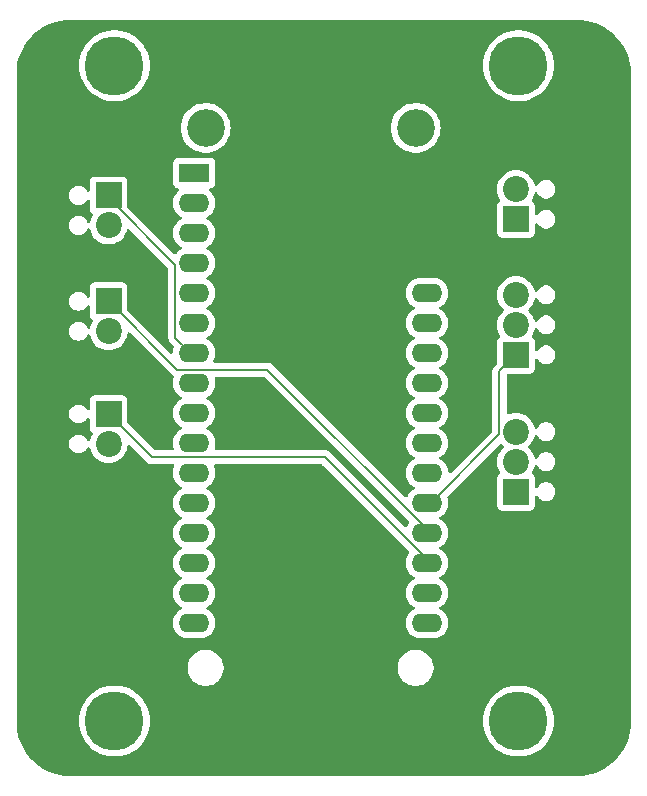
<source format=gbr>
%TF.GenerationSoftware,KiCad,Pcbnew,8.0.2*%
%TF.CreationDate,2024-05-18T00:20:58-06:00*%
%TF.ProjectId,VacuumATM_wCoinDispenser,56616375-756d-4415-944d-5f77436f696e,rev?*%
%TF.SameCoordinates,Original*%
%TF.FileFunction,Copper,L2,Bot*%
%TF.FilePolarity,Positive*%
%FSLAX46Y46*%
G04 Gerber Fmt 4.6, Leading zero omitted, Abs format (unit mm)*
G04 Created by KiCad (PCBNEW 8.0.2) date 2024-05-18 00:20:58*
%MOMM*%
%LPD*%
G01*
G04 APERTURE LIST*
%TA.AperFunction,ComponentPad*%
%ADD10R,2.200000X2.200000*%
%TD*%
%TA.AperFunction,ComponentPad*%
%ADD11C,2.200000*%
%TD*%
%TA.AperFunction,WasherPad*%
%ADD12C,3.200000*%
%TD*%
%TA.AperFunction,ComponentPad*%
%ADD13R,2.600000X1.600000*%
%TD*%
%TA.AperFunction,ComponentPad*%
%ADD14O,2.600000X1.600000*%
%TD*%
%TA.AperFunction,ComponentPad*%
%ADD15C,5.000000*%
%TD*%
%TA.AperFunction,Conductor*%
%ADD16C,0.200000*%
%TD*%
G04 APERTURE END LIST*
D10*
%TO.P,Reset,1,Pin_1*%
%TO.N,Net-(A1-~{RESET})*%
X147500000Y-83750000D03*
D11*
%TO.P,Reset,2,Pin_2*%
%TO.N,GND*%
X147500000Y-81210000D03*
%TD*%
D10*
%TO.P,User1,1,Pin_1*%
%TO.N,Net-(A1-D1)*%
X113000000Y-90710000D03*
D11*
%TO.P,User1,2,Pin_2*%
%TO.N,+3.3V*%
X113000000Y-93250000D03*
%TD*%
D10*
%TO.P,User2,1,Pin_1*%
%TO.N,Net-(A1-D0)*%
X113000000Y-100250000D03*
D11*
%TO.P,User2,2,Pin_2*%
%TO.N,+3.3V*%
X113000000Y-102790000D03*
%TD*%
D10*
%TO.P,9g Servo,1,Pin_1*%
%TO.N,GND*%
X147500000Y-106830000D03*
D11*
%TO.P,9g Servo,2,Pin_2*%
%TO.N,VBUS*%
X147500000Y-104290000D03*
%TO.P,9g Servo,3,Pin_3*%
%TO.N,Net-(A1-A5)*%
X147500000Y-101750000D03*
%TD*%
D10*
%TO.P,Neopixel,1,Pin_1*%
%TO.N,Net-(A1-D2)*%
X147500000Y-95250000D03*
D11*
%TO.P,Neopixel,2,Pin_2*%
%TO.N,VBUS*%
X147500000Y-92710000D03*
%TO.P,Neopixel,3,Pin_3*%
%TO.N,GND*%
X147500000Y-90170000D03*
%TD*%
D10*
%TO.P,Cam,1,Pin_1*%
%TO.N,Net-(A1-A2)*%
X113000000Y-81750000D03*
D11*
%TO.P,Cam,2,Pin_2*%
%TO.N,+3.3V*%
X113000000Y-84290000D03*
%TD*%
D12*
%TO.P,A1,*%
%TO.N,*%
X121220000Y-76030000D03*
X139000000Y-76030000D03*
D13*
%TO.P,A1,1,~{RESET}*%
%TO.N,Net-(A1-~{RESET})*%
X120250000Y-79840000D03*
D14*
%TO.P,A1,2,3V3*%
%TO.N,+3.3V*%
X120250000Y-82380000D03*
%TO.P,A1,3,AREF*%
%TO.N,unconnected-(A1-AREF-Pad3)*%
X120250000Y-84920000D03*
%TO.P,A1,4,GND*%
%TO.N,GND*%
X120250000Y-87460000D03*
%TO.P,A1,5,A0*%
%TO.N,unconnected-(A1-A0-Pad5)*%
X120250000Y-90000000D03*
%TO.P,A1,6,A1*%
%TO.N,unconnected-(A1-A1-Pad6)*%
X120250000Y-92540000D03*
%TO.P,A1,7,A2*%
%TO.N,Net-(A1-A2)*%
X120250000Y-95080000D03*
%TO.P,A1,8,A3*%
%TO.N,unconnected-(A1-A3-Pad8)*%
X120250000Y-97620000D03*
%TO.P,A1,9,A4*%
%TO.N,unconnected-(A1-A4-Pad9)*%
X120250000Y-100160000D03*
%TO.P,A1,10,A5*%
%TO.N,Net-(A1-A5)*%
X120250000Y-102700000D03*
%TO.P,A1,11,SCK*%
%TO.N,unconnected-(A1-SCK-Pad11)*%
X120250000Y-105240000D03*
%TO.P,A1,12,MOSI*%
%TO.N,unconnected-(A1-MOSI-Pad12)*%
X120250000Y-107780000D03*
%TO.P,A1,13,MISO*%
%TO.N,unconnected-(A1-MISO-Pad13)*%
X120250000Y-110320000D03*
%TO.P,A1,14,RX*%
%TO.N,unconnected-(A1-RX-Pad14)*%
X120250000Y-112860000D03*
%TO.P,A1,15,TX*%
%TO.N,unconnected-(A1-TX-Pad15)*%
X120250000Y-115400000D03*
%TO.P,A1,16,SPARE*%
%TO.N,unconnected-(A1-SPARE-Pad16)*%
X120250000Y-117940000D03*
%TO.P,A1,17,SDA*%
%TO.N,unconnected-(A1-SDA-Pad17)*%
X139970000Y-117940000D03*
%TO.P,A1,18,SCL*%
%TO.N,unconnected-(A1-SCL-Pad18)*%
X139970000Y-115400000D03*
%TO.P,A1,19,D0*%
%TO.N,Net-(A1-D0)*%
X139970000Y-112860000D03*
%TO.P,A1,20,D1*%
%TO.N,Net-(A1-D1)*%
X139970000Y-110320000D03*
%TO.P,A1,21,D2*%
%TO.N,Net-(A1-D2)*%
X139970000Y-107780000D03*
%TO.P,A1,22,D3*%
%TO.N,unconnected-(A1-D3-Pad22)*%
X139970000Y-105240000D03*
%TO.P,A1,23,D4*%
%TO.N,unconnected-(A1-D4-Pad23)*%
X139970000Y-102700000D03*
%TO.P,A1,24,D5*%
%TO.N,unconnected-(A1-D5-Pad24)*%
X139970000Y-100160000D03*
%TO.P,A1,25,D6*%
%TO.N,unconnected-(A1-D6-Pad25)*%
X139970000Y-97620000D03*
%TO.P,A1,26,USB*%
%TO.N,VBUS*%
X139970000Y-95080000D03*
%TO.P,A1,27,EN*%
%TO.N,unconnected-(A1-EN-Pad27)*%
X139970000Y-92540000D03*
%TO.P,A1,28,VBAT*%
%TO.N,unconnected-(A1-VBAT-Pad28)*%
X139970000Y-90000000D03*
%TD*%
D15*
%TO.P,H3,1*%
%TO.N,N/C*%
X113500000Y-126250000D03*
%TD*%
%TO.P,H2,1*%
%TO.N,N/C*%
X147702236Y-70750000D03*
%TD*%
%TO.P,H1,1*%
%TO.N,N/C*%
X113500000Y-70750000D03*
%TD*%
%TO.P,H4,1*%
%TO.N,N/C*%
X147702236Y-126250000D03*
%TD*%
D16*
%TO.N,Net-(A1-A2)*%
X118650000Y-93780000D02*
X119950000Y-95080000D01*
X118650000Y-87650000D02*
X118650000Y-93780000D01*
X113000000Y-82000000D02*
X118650000Y-87650000D01*
X113000000Y-81750000D02*
X113000000Y-82000000D01*
%TO.N,Net-(A1-D1)*%
X118790000Y-96500000D02*
X126450000Y-96500000D01*
X126450000Y-96500000D02*
X140270000Y-110320000D01*
X113000000Y-90710000D02*
X118790000Y-96500000D01*
%TO.N,Net-(A1-D0)*%
X131304365Y-103894365D02*
X140270000Y-112860000D01*
X116644365Y-103894365D02*
X131304365Y-103894365D01*
X113000000Y-100250000D02*
X116644365Y-103894365D01*
%TO.N,Net-(A1-D2)*%
X146100000Y-101950000D02*
X140270000Y-107780000D01*
X146100000Y-96650000D02*
X146100000Y-101950000D01*
X147500000Y-95250000D02*
X146100000Y-96650000D01*
%TD*%
%TA.AperFunction,NonConductor*%
G36*
X152716989Y-66890617D02*
G01*
X153101057Y-66907385D01*
X153111795Y-66908325D01*
X153490264Y-66958151D01*
X153500883Y-66960023D01*
X153873574Y-67042645D01*
X153884000Y-67045439D01*
X154248064Y-67160227D01*
X154258195Y-67163915D01*
X154610864Y-67309993D01*
X154620664Y-67314563D01*
X154959235Y-67490811D01*
X154968603Y-67496219D01*
X155290538Y-67701314D01*
X155299388Y-67707511D01*
X155512035Y-67870680D01*
X155602218Y-67939880D01*
X155610504Y-67946833D01*
X155657860Y-67990226D01*
X155891943Y-68204722D01*
X155899586Y-68212366D01*
X156157448Y-68493773D01*
X156164402Y-68502059D01*
X156396783Y-68804903D01*
X156402987Y-68813765D01*
X156584321Y-69098402D01*
X156608068Y-69135676D01*
X156613477Y-69145044D01*
X156789728Y-69483620D01*
X156794300Y-69493424D01*
X156940373Y-69846073D01*
X156944073Y-69856238D01*
X157058855Y-70220278D01*
X157061655Y-70230728D01*
X157144271Y-70603388D01*
X157146149Y-70614041D01*
X157195971Y-70992472D01*
X157196914Y-71003248D01*
X157213668Y-71386976D01*
X157213786Y-71392385D01*
X157213786Y-126387293D01*
X157213668Y-126392702D01*
X157196900Y-126776750D01*
X157195957Y-126787526D01*
X157146135Y-127165956D01*
X157144257Y-127176609D01*
X157061641Y-127549268D01*
X157058841Y-127559718D01*
X156944060Y-127923756D01*
X156940360Y-127933921D01*
X156794288Y-128286569D01*
X156789716Y-128296373D01*
X156613465Y-128634948D01*
X156608060Y-128644309D01*
X156597521Y-128660853D01*
X156402971Y-128966233D01*
X156396767Y-128975093D01*
X156164396Y-129277925D01*
X156157442Y-129286212D01*
X155899576Y-129567624D01*
X155891927Y-129575274D01*
X155610495Y-129833156D01*
X155602208Y-129840109D01*
X155299391Y-130072469D01*
X155290530Y-130078674D01*
X154968596Y-130283767D01*
X154959228Y-130289175D01*
X154620658Y-130465423D01*
X154610854Y-130469995D01*
X154258211Y-130616064D01*
X154248045Y-130619764D01*
X153884008Y-130734543D01*
X153873560Y-130737343D01*
X153500899Y-130819960D01*
X153490244Y-130821838D01*
X153111813Y-130871657D01*
X153101038Y-130872600D01*
X152716660Y-130889382D01*
X152711251Y-130889500D01*
X109716994Y-130889500D01*
X109711585Y-130889382D01*
X109327537Y-130872613D01*
X109316762Y-130871670D01*
X109229392Y-130860167D01*
X108938332Y-130821848D01*
X108927679Y-130819970D01*
X108555017Y-130737352D01*
X108544568Y-130734552D01*
X108180532Y-130619771D01*
X108170367Y-130616071D01*
X107817720Y-130469998D01*
X107807916Y-130465426D01*
X107469342Y-130289175D01*
X107459974Y-130283766D01*
X107138063Y-130078685D01*
X107129202Y-130072481D01*
X106826359Y-129840101D01*
X106818072Y-129833147D01*
X106536660Y-129575280D01*
X106529011Y-129567631D01*
X106271139Y-129286213D01*
X106264185Y-129277926D01*
X106031821Y-128975101D01*
X106025616Y-128966240D01*
X105820522Y-128644306D01*
X105815114Y-128634938D01*
X105638868Y-128296373D01*
X105634296Y-128286569D01*
X105488219Y-127933908D01*
X105484526Y-127923761D01*
X105369744Y-127559717D01*
X105366945Y-127549273D01*
X105306799Y-127277971D01*
X105284325Y-127176600D01*
X105282450Y-127165962D01*
X105232626Y-126787507D01*
X105231686Y-126776771D01*
X105214903Y-126392373D01*
X105214786Y-126386981D01*
X105214786Y-126249996D01*
X110494415Y-126249996D01*
X110494415Y-126250003D01*
X110514738Y-126598927D01*
X110514739Y-126598938D01*
X110575428Y-126943127D01*
X110575430Y-126943134D01*
X110675674Y-127277972D01*
X110814107Y-127598895D01*
X110814113Y-127598908D01*
X110988870Y-127901597D01*
X111197584Y-128181949D01*
X111197589Y-128181955D01*
X111305538Y-128296373D01*
X111437442Y-128436183D01*
X111613903Y-128584251D01*
X111705186Y-128660847D01*
X111705194Y-128660853D01*
X111997203Y-128852911D01*
X111997207Y-128852913D01*
X112309549Y-129009777D01*
X112637989Y-129129319D01*
X112978086Y-129209923D01*
X113325241Y-129250500D01*
X113325248Y-129250500D01*
X113674752Y-129250500D01*
X113674759Y-129250500D01*
X114021914Y-129209923D01*
X114362011Y-129129319D01*
X114690451Y-129009777D01*
X115002793Y-128852913D01*
X115294811Y-128660849D01*
X115562558Y-128436183D01*
X115802412Y-128181953D01*
X116011130Y-127901596D01*
X116185889Y-127598904D01*
X116324326Y-127277971D01*
X116424569Y-126943136D01*
X116485262Y-126598927D01*
X116505585Y-126250000D01*
X116505585Y-126249996D01*
X144696651Y-126249996D01*
X144696651Y-126250003D01*
X144716974Y-126598927D01*
X144716975Y-126598938D01*
X144777664Y-126943127D01*
X144777666Y-126943134D01*
X144877910Y-127277972D01*
X145016343Y-127598895D01*
X145016349Y-127598908D01*
X145191106Y-127901597D01*
X145399820Y-128181949D01*
X145399825Y-128181955D01*
X145507774Y-128296373D01*
X145639678Y-128436183D01*
X145816139Y-128584251D01*
X145907422Y-128660847D01*
X145907430Y-128660853D01*
X146199439Y-128852911D01*
X146199443Y-128852913D01*
X146511785Y-129009777D01*
X146840225Y-129129319D01*
X147180322Y-129209923D01*
X147527477Y-129250500D01*
X147527484Y-129250500D01*
X147876988Y-129250500D01*
X147876995Y-129250500D01*
X148224150Y-129209923D01*
X148564247Y-129129319D01*
X148892687Y-129009777D01*
X149205029Y-128852913D01*
X149497047Y-128660849D01*
X149764794Y-128436183D01*
X150004648Y-128181953D01*
X150213366Y-127901596D01*
X150388125Y-127598904D01*
X150526562Y-127277971D01*
X150626805Y-126943136D01*
X150687498Y-126598927D01*
X150707821Y-126250000D01*
X150687498Y-125901073D01*
X150687496Y-125901061D01*
X150626807Y-125556872D01*
X150626805Y-125556865D01*
X150526561Y-125222027D01*
X150388128Y-124901104D01*
X150388125Y-124901096D01*
X150213366Y-124598404D01*
X150213365Y-124598402D01*
X150004651Y-124318050D01*
X150004646Y-124318044D01*
X149888669Y-124195117D01*
X149764794Y-124063817D01*
X149616724Y-123939572D01*
X149497049Y-123839152D01*
X149497041Y-123839146D01*
X149205032Y-123647088D01*
X148892694Y-123490226D01*
X148892688Y-123490223D01*
X148564248Y-123370681D01*
X148564245Y-123370680D01*
X148224151Y-123290077D01*
X148180755Y-123285004D01*
X147876995Y-123249500D01*
X147527477Y-123249500D01*
X147223716Y-123285004D01*
X147180321Y-123290077D01*
X147180319Y-123290077D01*
X146840226Y-123370680D01*
X146840223Y-123370681D01*
X146511783Y-123490223D01*
X146511777Y-123490226D01*
X146199439Y-123647088D01*
X145907430Y-123839146D01*
X145907422Y-123839152D01*
X145639678Y-124063817D01*
X145639676Y-124063819D01*
X145399825Y-124318044D01*
X145399820Y-124318050D01*
X145191106Y-124598402D01*
X145016349Y-124901091D01*
X145016343Y-124901104D01*
X144877910Y-125222027D01*
X144777666Y-125556865D01*
X144777664Y-125556872D01*
X144716975Y-125901061D01*
X144716974Y-125901072D01*
X144696651Y-126249996D01*
X116505585Y-126249996D01*
X116485262Y-125901073D01*
X116485260Y-125901061D01*
X116424571Y-125556872D01*
X116424569Y-125556865D01*
X116324325Y-125222027D01*
X116185892Y-124901104D01*
X116185889Y-124901096D01*
X116011130Y-124598404D01*
X116011129Y-124598402D01*
X115802415Y-124318050D01*
X115802410Y-124318044D01*
X115686433Y-124195117D01*
X115562558Y-124063817D01*
X115414488Y-123939572D01*
X115294813Y-123839152D01*
X115294805Y-123839146D01*
X115002796Y-123647088D01*
X114690458Y-123490226D01*
X114690452Y-123490223D01*
X114362012Y-123370681D01*
X114362009Y-123370680D01*
X114021915Y-123290077D01*
X113978519Y-123285004D01*
X113674759Y-123249500D01*
X113325241Y-123249500D01*
X113021480Y-123285004D01*
X112978085Y-123290077D01*
X112978083Y-123290077D01*
X112637990Y-123370680D01*
X112637987Y-123370681D01*
X112309547Y-123490223D01*
X112309541Y-123490226D01*
X111997203Y-123647088D01*
X111705194Y-123839146D01*
X111705186Y-123839152D01*
X111437442Y-124063817D01*
X111437440Y-124063819D01*
X111197589Y-124318044D01*
X111197584Y-124318050D01*
X110988870Y-124598402D01*
X110814113Y-124901091D01*
X110814107Y-124901104D01*
X110675674Y-125222027D01*
X110575430Y-125556865D01*
X110575428Y-125556872D01*
X110514739Y-125901061D01*
X110514738Y-125901072D01*
X110494415Y-126249996D01*
X105214786Y-126249996D01*
X105214786Y-121630328D01*
X119699500Y-121630328D01*
X119699500Y-121869671D01*
X119736939Y-122106051D01*
X119810898Y-122333674D01*
X119919554Y-122546919D01*
X120060221Y-122740532D01*
X120060225Y-122740537D01*
X120229462Y-122909774D01*
X120229467Y-122909778D01*
X120398347Y-123032476D01*
X120423084Y-123050448D01*
X120558961Y-123119681D01*
X120636325Y-123159101D01*
X120636327Y-123159101D01*
X120636330Y-123159103D01*
X120863949Y-123233061D01*
X120985735Y-123252349D01*
X121100329Y-123270500D01*
X121100334Y-123270500D01*
X121339671Y-123270500D01*
X121444135Y-123253953D01*
X121576051Y-123233061D01*
X121803670Y-123159103D01*
X122016916Y-123050448D01*
X122210539Y-122909773D01*
X122379773Y-122740539D01*
X122520448Y-122546916D01*
X122629103Y-122333670D01*
X122703061Y-122106051D01*
X122723953Y-121974135D01*
X122740500Y-121869671D01*
X122740500Y-121630328D01*
X137479500Y-121630328D01*
X137479500Y-121869671D01*
X137516939Y-122106051D01*
X137590898Y-122333674D01*
X137699554Y-122546919D01*
X137840221Y-122740532D01*
X137840225Y-122740537D01*
X138009462Y-122909774D01*
X138009467Y-122909778D01*
X138178347Y-123032476D01*
X138203084Y-123050448D01*
X138338961Y-123119681D01*
X138416325Y-123159101D01*
X138416327Y-123159101D01*
X138416330Y-123159103D01*
X138643949Y-123233061D01*
X138765735Y-123252349D01*
X138880329Y-123270500D01*
X138880334Y-123270500D01*
X139119671Y-123270500D01*
X139224135Y-123253953D01*
X139356051Y-123233061D01*
X139583670Y-123159103D01*
X139796916Y-123050448D01*
X139990539Y-122909773D01*
X140159773Y-122740539D01*
X140300448Y-122546916D01*
X140409103Y-122333670D01*
X140483061Y-122106051D01*
X140503953Y-121974135D01*
X140520500Y-121869671D01*
X140520500Y-121630328D01*
X140500644Y-121504970D01*
X140483061Y-121393949D01*
X140409103Y-121166330D01*
X140409101Y-121166327D01*
X140409101Y-121166325D01*
X140369681Y-121088961D01*
X140300448Y-120953084D01*
X140282476Y-120928347D01*
X140159778Y-120759467D01*
X140159774Y-120759462D01*
X139990537Y-120590225D01*
X139990532Y-120590221D01*
X139796919Y-120449554D01*
X139796918Y-120449553D01*
X139796916Y-120449552D01*
X139730324Y-120415621D01*
X139583674Y-120340898D01*
X139356051Y-120266939D01*
X139119671Y-120229500D01*
X139119666Y-120229500D01*
X138880334Y-120229500D01*
X138880329Y-120229500D01*
X138643948Y-120266939D01*
X138416325Y-120340898D01*
X138203080Y-120449554D01*
X138009467Y-120590221D01*
X138009462Y-120590225D01*
X137840225Y-120759462D01*
X137840221Y-120759467D01*
X137699554Y-120953080D01*
X137590898Y-121166325D01*
X137516939Y-121393948D01*
X137479500Y-121630328D01*
X122740500Y-121630328D01*
X122720644Y-121504970D01*
X122703061Y-121393949D01*
X122629103Y-121166330D01*
X122629101Y-121166327D01*
X122629101Y-121166325D01*
X122589681Y-121088961D01*
X122520448Y-120953084D01*
X122502476Y-120928347D01*
X122379778Y-120759467D01*
X122379774Y-120759462D01*
X122210537Y-120590225D01*
X122210532Y-120590221D01*
X122016919Y-120449554D01*
X122016918Y-120449553D01*
X122016916Y-120449552D01*
X121950324Y-120415621D01*
X121803674Y-120340898D01*
X121576051Y-120266939D01*
X121339671Y-120229500D01*
X121339666Y-120229500D01*
X121100334Y-120229500D01*
X121100329Y-120229500D01*
X120863948Y-120266939D01*
X120636325Y-120340898D01*
X120423080Y-120449554D01*
X120229467Y-120590221D01*
X120229462Y-120590225D01*
X120060225Y-120759462D01*
X120060221Y-120759467D01*
X119919554Y-120953080D01*
X119810898Y-121166325D01*
X119736939Y-121393948D01*
X119699500Y-121630328D01*
X105214786Y-121630328D01*
X105214786Y-81671153D01*
X109659500Y-81671153D01*
X109659500Y-81828846D01*
X109690261Y-81983489D01*
X109690264Y-81983501D01*
X109750602Y-82129172D01*
X109750609Y-82129185D01*
X109838210Y-82260288D01*
X109838213Y-82260292D01*
X109949707Y-82371786D01*
X109949711Y-82371789D01*
X110080814Y-82459390D01*
X110080827Y-82459397D01*
X110226498Y-82519735D01*
X110226503Y-82519737D01*
X110381153Y-82550499D01*
X110381156Y-82550500D01*
X110381158Y-82550500D01*
X110538844Y-82550500D01*
X110538845Y-82550499D01*
X110693497Y-82519737D01*
X110839179Y-82459394D01*
X110970289Y-82371789D01*
X111081789Y-82260289D01*
X111169394Y-82129179D01*
X111169394Y-82129178D01*
X111172398Y-82124683D01*
X111226010Y-82079878D01*
X111295335Y-82071171D01*
X111358362Y-82101325D01*
X111395082Y-82160768D01*
X111399500Y-82193574D01*
X111399500Y-82897870D01*
X111399501Y-82897876D01*
X111405908Y-82957483D01*
X111456202Y-83092328D01*
X111456206Y-83092335D01*
X111542452Y-83207544D01*
X111542455Y-83207547D01*
X111619104Y-83264927D01*
X111660975Y-83320861D01*
X111665959Y-83390552D01*
X111650520Y-83428983D01*
X111569533Y-83561140D01*
X111473126Y-83793889D01*
X111432997Y-83961043D01*
X111398206Y-84021635D01*
X111336180Y-84053799D01*
X111266611Y-84047323D01*
X111211587Y-84004263D01*
X111197862Y-83979548D01*
X111169397Y-83910827D01*
X111169390Y-83910814D01*
X111081789Y-83779711D01*
X111081786Y-83779707D01*
X110970292Y-83668213D01*
X110970288Y-83668210D01*
X110839185Y-83580609D01*
X110839172Y-83580602D01*
X110693501Y-83520264D01*
X110693489Y-83520261D01*
X110538845Y-83489500D01*
X110538842Y-83489500D01*
X110381158Y-83489500D01*
X110381155Y-83489500D01*
X110226510Y-83520261D01*
X110226498Y-83520264D01*
X110080827Y-83580602D01*
X110080814Y-83580609D01*
X109949711Y-83668210D01*
X109949707Y-83668213D01*
X109838213Y-83779707D01*
X109838210Y-83779711D01*
X109750609Y-83910814D01*
X109750602Y-83910827D01*
X109690264Y-84056498D01*
X109690261Y-84056510D01*
X109659500Y-84211153D01*
X109659500Y-84368846D01*
X109690261Y-84523489D01*
X109690264Y-84523501D01*
X109750602Y-84669172D01*
X109750609Y-84669185D01*
X109838210Y-84800288D01*
X109838213Y-84800292D01*
X109949707Y-84911786D01*
X109949711Y-84911789D01*
X110080814Y-84999390D01*
X110080827Y-84999397D01*
X110226498Y-85059735D01*
X110226503Y-85059737D01*
X110381153Y-85090499D01*
X110381156Y-85090500D01*
X110381158Y-85090500D01*
X110538844Y-85090500D01*
X110538845Y-85090499D01*
X110693497Y-85059737D01*
X110839179Y-84999394D01*
X110970289Y-84911789D01*
X111081789Y-84800289D01*
X111169394Y-84669179D01*
X111169395Y-84669176D01*
X111169397Y-84669173D01*
X111197862Y-84600451D01*
X111241702Y-84546047D01*
X111307996Y-84523982D01*
X111375696Y-84541261D01*
X111423307Y-84592398D01*
X111432997Y-84618956D01*
X111473126Y-84786110D01*
X111569533Y-85018859D01*
X111701160Y-85233653D01*
X111701161Y-85233656D01*
X111701164Y-85233659D01*
X111864776Y-85425224D01*
X112013066Y-85551875D01*
X112056343Y-85588838D01*
X112056346Y-85588839D01*
X112271140Y-85720466D01*
X112384013Y-85767219D01*
X112503889Y-85816873D01*
X112748852Y-85875683D01*
X113000000Y-85895449D01*
X113251148Y-85875683D01*
X113496111Y-85816873D01*
X113728859Y-85720466D01*
X113943659Y-85588836D01*
X114135224Y-85425224D01*
X114298836Y-85233659D01*
X114430466Y-85018859D01*
X114526873Y-84786111D01*
X114554560Y-84670784D01*
X114589350Y-84610192D01*
X114651376Y-84578028D01*
X114720945Y-84584504D01*
X114762815Y-84612050D01*
X118013181Y-87862416D01*
X118046666Y-87923739D01*
X118049500Y-87950097D01*
X118049500Y-93693330D01*
X118049499Y-93693348D01*
X118049499Y-93859054D01*
X118049498Y-93859054D01*
X118090423Y-94011786D01*
X118090424Y-94011787D01*
X118112775Y-94050500D01*
X118169480Y-94148716D01*
X118169482Y-94148718D01*
X118288349Y-94267585D01*
X118288355Y-94267590D01*
X118504969Y-94484205D01*
X118538454Y-94545528D01*
X118535219Y-94610204D01*
X118481523Y-94775461D01*
X118481523Y-94775464D01*
X118449500Y-94977648D01*
X118449500Y-95010902D01*
X118429815Y-95077941D01*
X118377011Y-95123696D01*
X118307853Y-95133640D01*
X118244297Y-95104615D01*
X118237819Y-95098583D01*
X114636818Y-91497582D01*
X114603333Y-91436259D01*
X114600499Y-91409901D01*
X114600499Y-89562129D01*
X114600498Y-89562123D01*
X114600497Y-89562116D01*
X114594091Y-89502517D01*
X114578460Y-89460609D01*
X114543797Y-89367671D01*
X114543793Y-89367664D01*
X114457547Y-89252455D01*
X114457544Y-89252452D01*
X114342335Y-89166206D01*
X114342328Y-89166202D01*
X114207482Y-89115908D01*
X114207483Y-89115908D01*
X114147883Y-89109501D01*
X114147881Y-89109500D01*
X114147873Y-89109500D01*
X114147864Y-89109500D01*
X111852129Y-89109500D01*
X111852123Y-89109501D01*
X111792516Y-89115908D01*
X111657671Y-89166202D01*
X111657664Y-89166206D01*
X111542455Y-89252452D01*
X111542452Y-89252455D01*
X111456206Y-89367664D01*
X111456202Y-89367671D01*
X111405908Y-89502517D01*
X111400996Y-89548210D01*
X111399501Y-89562123D01*
X111399500Y-89562135D01*
X111399500Y-90266425D01*
X111379815Y-90333464D01*
X111327011Y-90379219D01*
X111257853Y-90389163D01*
X111194297Y-90360138D01*
X111172398Y-90335316D01*
X111081789Y-90199711D01*
X111081786Y-90199707D01*
X110970292Y-90088213D01*
X110970288Y-90088210D01*
X110839185Y-90000609D01*
X110839172Y-90000602D01*
X110693501Y-89940264D01*
X110693489Y-89940261D01*
X110538845Y-89909500D01*
X110538842Y-89909500D01*
X110381158Y-89909500D01*
X110381155Y-89909500D01*
X110226510Y-89940261D01*
X110226498Y-89940264D01*
X110080827Y-90000602D01*
X110080814Y-90000609D01*
X109949711Y-90088210D01*
X109949707Y-90088213D01*
X109838213Y-90199707D01*
X109838210Y-90199711D01*
X109750609Y-90330814D01*
X109750602Y-90330827D01*
X109690264Y-90476498D01*
X109690261Y-90476510D01*
X109659500Y-90631153D01*
X109659500Y-90788846D01*
X109690261Y-90943489D01*
X109690264Y-90943501D01*
X109750602Y-91089172D01*
X109750609Y-91089185D01*
X109838210Y-91220288D01*
X109838213Y-91220292D01*
X109949707Y-91331786D01*
X109949711Y-91331789D01*
X110080814Y-91419390D01*
X110080827Y-91419397D01*
X110226498Y-91479735D01*
X110226503Y-91479737D01*
X110381153Y-91510499D01*
X110381156Y-91510500D01*
X110381158Y-91510500D01*
X110538844Y-91510500D01*
X110538845Y-91510499D01*
X110693497Y-91479737D01*
X110839179Y-91419394D01*
X110970289Y-91331789D01*
X111081789Y-91220289D01*
X111169394Y-91089179D01*
X111169394Y-91089178D01*
X111172398Y-91084683D01*
X111226010Y-91039878D01*
X111295335Y-91031171D01*
X111358362Y-91061325D01*
X111395082Y-91120768D01*
X111399500Y-91153574D01*
X111399500Y-91857870D01*
X111399501Y-91857876D01*
X111405908Y-91917483D01*
X111456202Y-92052328D01*
X111456206Y-92052335D01*
X111542452Y-92167544D01*
X111542455Y-92167547D01*
X111619104Y-92224927D01*
X111660975Y-92280861D01*
X111665959Y-92350552D01*
X111650520Y-92388983D01*
X111569533Y-92521140D01*
X111473126Y-92753889D01*
X111432997Y-92921043D01*
X111398206Y-92981635D01*
X111336180Y-93013799D01*
X111266611Y-93007323D01*
X111211587Y-92964263D01*
X111197862Y-92939548D01*
X111169397Y-92870827D01*
X111169390Y-92870814D01*
X111081789Y-92739711D01*
X111081786Y-92739707D01*
X110970292Y-92628213D01*
X110970288Y-92628210D01*
X110839185Y-92540609D01*
X110839172Y-92540602D01*
X110693501Y-92480264D01*
X110693489Y-92480261D01*
X110538845Y-92449500D01*
X110538842Y-92449500D01*
X110381158Y-92449500D01*
X110381155Y-92449500D01*
X110226510Y-92480261D01*
X110226498Y-92480264D01*
X110080827Y-92540602D01*
X110080814Y-92540609D01*
X109949711Y-92628210D01*
X109949707Y-92628213D01*
X109838213Y-92739707D01*
X109838210Y-92739711D01*
X109750609Y-92870814D01*
X109750602Y-92870827D01*
X109690264Y-93016498D01*
X109690261Y-93016510D01*
X109659500Y-93171153D01*
X109659500Y-93328846D01*
X109690261Y-93483489D01*
X109690264Y-93483501D01*
X109750602Y-93629172D01*
X109750609Y-93629185D01*
X109838210Y-93760288D01*
X109838213Y-93760292D01*
X109949707Y-93871786D01*
X109949711Y-93871789D01*
X110080814Y-93959390D01*
X110080827Y-93959397D01*
X110207305Y-94011785D01*
X110226503Y-94019737D01*
X110381153Y-94050499D01*
X110381156Y-94050500D01*
X110381158Y-94050500D01*
X110538844Y-94050500D01*
X110538845Y-94050499D01*
X110693497Y-94019737D01*
X110839179Y-93959394D01*
X110970289Y-93871789D01*
X111081789Y-93760289D01*
X111169394Y-93629179D01*
X111169395Y-93629176D01*
X111169397Y-93629173D01*
X111197862Y-93560451D01*
X111241702Y-93506047D01*
X111307996Y-93483982D01*
X111375696Y-93501261D01*
X111423307Y-93552398D01*
X111432997Y-93578956D01*
X111473126Y-93746110D01*
X111569533Y-93978859D01*
X111701160Y-94193653D01*
X111701161Y-94193656D01*
X111756604Y-94258571D01*
X111864776Y-94385224D01*
X111976054Y-94480264D01*
X112056343Y-94548838D01*
X112056346Y-94548839D01*
X112271140Y-94680466D01*
X112500480Y-94775461D01*
X112503889Y-94776873D01*
X112748852Y-94835683D01*
X113000000Y-94855449D01*
X113251148Y-94835683D01*
X113496111Y-94776873D01*
X113728859Y-94680466D01*
X113943659Y-94548836D01*
X114135224Y-94385224D01*
X114298836Y-94193659D01*
X114430466Y-93978859D01*
X114526873Y-93746111D01*
X114585683Y-93501148D01*
X114590570Y-93439053D01*
X114615453Y-93373768D01*
X114671684Y-93332297D01*
X114741410Y-93327810D01*
X114801868Y-93361104D01*
X118421284Y-96980520D01*
X118476686Y-97012506D01*
X118524901Y-97063072D01*
X118538125Y-97131679D01*
X118532617Y-97158211D01*
X118481523Y-97315461D01*
X118481523Y-97315464D01*
X118449500Y-97517648D01*
X118449500Y-97722351D01*
X118481522Y-97924534D01*
X118544781Y-98119223D01*
X118637715Y-98301613D01*
X118758028Y-98467213D01*
X118902786Y-98611971D01*
X119032492Y-98706206D01*
X119068390Y-98732287D01*
X119159840Y-98778883D01*
X119161080Y-98779515D01*
X119211876Y-98827490D01*
X119228671Y-98895311D01*
X119206134Y-98961446D01*
X119161080Y-99000485D01*
X119068386Y-99047715D01*
X118902786Y-99168028D01*
X118758028Y-99312786D01*
X118637715Y-99478386D01*
X118544781Y-99660776D01*
X118481522Y-99855465D01*
X118449500Y-100057648D01*
X118449500Y-100262351D01*
X118481522Y-100464534D01*
X118544781Y-100659223D01*
X118637715Y-100841613D01*
X118758028Y-101007213D01*
X118902786Y-101151971D01*
X119043067Y-101253889D01*
X119068390Y-101272287D01*
X119159840Y-101318883D01*
X119161080Y-101319515D01*
X119211876Y-101367490D01*
X119228671Y-101435311D01*
X119206134Y-101501446D01*
X119161080Y-101540485D01*
X119068386Y-101587715D01*
X118902786Y-101708028D01*
X118758028Y-101852786D01*
X118637715Y-102018386D01*
X118544781Y-102200776D01*
X118481522Y-102395465D01*
X118449500Y-102597648D01*
X118449500Y-102802351D01*
X118481522Y-103004534D01*
X118522792Y-103131546D01*
X118524787Y-103201388D01*
X118488707Y-103261221D01*
X118426006Y-103292049D01*
X118404861Y-103293865D01*
X116944462Y-103293865D01*
X116877423Y-103274180D01*
X116856781Y-103257546D01*
X114636818Y-101037583D01*
X114603333Y-100976260D01*
X114600499Y-100949902D01*
X114600499Y-99102129D01*
X114600498Y-99102123D01*
X114600497Y-99102116D01*
X114594091Y-99042517D01*
X114561367Y-98954780D01*
X114543797Y-98907671D01*
X114543793Y-98907664D01*
X114457547Y-98792455D01*
X114457544Y-98792452D01*
X114342335Y-98706206D01*
X114342328Y-98706202D01*
X114207482Y-98655908D01*
X114207483Y-98655908D01*
X114147883Y-98649501D01*
X114147881Y-98649500D01*
X114147873Y-98649500D01*
X114147864Y-98649500D01*
X111852129Y-98649500D01*
X111852123Y-98649501D01*
X111792516Y-98655908D01*
X111657671Y-98706202D01*
X111657664Y-98706206D01*
X111542455Y-98792452D01*
X111542452Y-98792455D01*
X111456206Y-98907664D01*
X111456202Y-98907671D01*
X111405908Y-99042517D01*
X111399501Y-99102116D01*
X111399501Y-99102123D01*
X111399500Y-99102135D01*
X111399500Y-99806425D01*
X111379815Y-99873464D01*
X111327011Y-99919219D01*
X111257853Y-99929163D01*
X111194297Y-99900138D01*
X111172398Y-99875316D01*
X111081789Y-99739711D01*
X111081786Y-99739707D01*
X110970292Y-99628213D01*
X110970288Y-99628210D01*
X110839185Y-99540609D01*
X110839172Y-99540602D01*
X110693501Y-99480264D01*
X110693489Y-99480261D01*
X110538845Y-99449500D01*
X110538842Y-99449500D01*
X110381158Y-99449500D01*
X110381155Y-99449500D01*
X110226510Y-99480261D01*
X110226498Y-99480264D01*
X110080827Y-99540602D01*
X110080814Y-99540609D01*
X109949711Y-99628210D01*
X109949707Y-99628213D01*
X109838213Y-99739707D01*
X109838210Y-99739711D01*
X109750609Y-99870814D01*
X109750602Y-99870827D01*
X109690264Y-100016498D01*
X109690261Y-100016510D01*
X109659500Y-100171153D01*
X109659500Y-100328846D01*
X109690261Y-100483489D01*
X109690264Y-100483501D01*
X109750602Y-100629172D01*
X109750609Y-100629185D01*
X109838210Y-100760288D01*
X109838213Y-100760292D01*
X109949707Y-100871786D01*
X109949711Y-100871789D01*
X110080814Y-100959390D01*
X110080827Y-100959397D01*
X110226498Y-101019735D01*
X110226503Y-101019737D01*
X110381153Y-101050499D01*
X110381156Y-101050500D01*
X110381158Y-101050500D01*
X110538844Y-101050500D01*
X110538845Y-101050499D01*
X110693497Y-101019737D01*
X110839179Y-100959394D01*
X110970289Y-100871789D01*
X111081789Y-100760289D01*
X111169394Y-100629179D01*
X111169394Y-100629178D01*
X111172398Y-100624683D01*
X111226010Y-100579878D01*
X111295335Y-100571171D01*
X111358362Y-100601325D01*
X111395082Y-100660768D01*
X111399500Y-100693574D01*
X111399500Y-101397870D01*
X111399501Y-101397876D01*
X111405908Y-101457483D01*
X111456202Y-101592328D01*
X111456206Y-101592335D01*
X111542452Y-101707544D01*
X111542455Y-101707547D01*
X111619104Y-101764927D01*
X111660975Y-101820861D01*
X111665959Y-101890552D01*
X111650520Y-101928983D01*
X111569533Y-102061140D01*
X111473126Y-102293889D01*
X111432997Y-102461043D01*
X111398206Y-102521635D01*
X111336180Y-102553799D01*
X111266611Y-102547323D01*
X111211587Y-102504263D01*
X111197862Y-102479548D01*
X111169397Y-102410827D01*
X111169390Y-102410814D01*
X111081789Y-102279711D01*
X111081786Y-102279707D01*
X110970292Y-102168213D01*
X110970288Y-102168210D01*
X110839185Y-102080609D01*
X110839172Y-102080602D01*
X110693501Y-102020264D01*
X110693489Y-102020261D01*
X110538845Y-101989500D01*
X110538842Y-101989500D01*
X110381158Y-101989500D01*
X110381155Y-101989500D01*
X110226510Y-102020261D01*
X110226498Y-102020264D01*
X110080827Y-102080602D01*
X110080814Y-102080609D01*
X109949711Y-102168210D01*
X109949707Y-102168213D01*
X109838213Y-102279707D01*
X109838210Y-102279711D01*
X109750609Y-102410814D01*
X109750602Y-102410827D01*
X109690264Y-102556498D01*
X109690261Y-102556510D01*
X109659500Y-102711153D01*
X109659500Y-102868846D01*
X109690261Y-103023489D01*
X109690264Y-103023501D01*
X109750602Y-103169172D01*
X109750609Y-103169185D01*
X109838210Y-103300288D01*
X109838213Y-103300292D01*
X109949707Y-103411786D01*
X109949711Y-103411789D01*
X110080814Y-103499390D01*
X110080827Y-103499397D01*
X110226498Y-103559735D01*
X110226503Y-103559737D01*
X110381153Y-103590499D01*
X110381156Y-103590500D01*
X110381158Y-103590500D01*
X110538844Y-103590500D01*
X110538845Y-103590499D01*
X110693497Y-103559737D01*
X110839179Y-103499394D01*
X110970289Y-103411789D01*
X111081789Y-103300289D01*
X111169394Y-103169179D01*
X111169395Y-103169176D01*
X111169397Y-103169173D01*
X111197862Y-103100451D01*
X111241702Y-103046047D01*
X111307996Y-103023982D01*
X111375696Y-103041261D01*
X111423307Y-103092398D01*
X111432996Y-103118955D01*
X111436953Y-103135435D01*
X111473126Y-103286110D01*
X111569533Y-103518859D01*
X111701160Y-103733653D01*
X111701161Y-103733656D01*
X111701164Y-103733659D01*
X111864776Y-103925224D01*
X112013066Y-104051875D01*
X112056343Y-104088838D01*
X112056346Y-104088839D01*
X112271140Y-104220466D01*
X112503889Y-104316873D01*
X112748852Y-104375683D01*
X113000000Y-104395449D01*
X113251148Y-104375683D01*
X113496111Y-104316873D01*
X113728859Y-104220466D01*
X113943659Y-104088836D01*
X114135224Y-103925224D01*
X114298836Y-103733659D01*
X114430466Y-103518859D01*
X114526873Y-103286111D01*
X114585683Y-103041148D01*
X114590570Y-102979052D01*
X114615453Y-102913767D01*
X114671684Y-102872296D01*
X114741409Y-102867809D01*
X114801868Y-102901103D01*
X116159504Y-104258739D01*
X116159514Y-104258750D01*
X116163844Y-104263080D01*
X116163845Y-104263081D01*
X116275649Y-104374885D01*
X116275651Y-104374886D01*
X116275655Y-104374889D01*
X116311265Y-104395448D01*
X116412581Y-104453942D01*
X116524384Y-104483899D01*
X116565307Y-104494865D01*
X116565308Y-104494865D01*
X118467731Y-104494865D01*
X118534770Y-104514550D01*
X118580525Y-104567354D01*
X118590469Y-104636512D01*
X118578215Y-104675161D01*
X118544782Y-104740774D01*
X118481522Y-104935465D01*
X118449500Y-105137648D01*
X118449500Y-105342351D01*
X118481522Y-105544534D01*
X118544781Y-105739223D01*
X118637715Y-105921613D01*
X118758028Y-106087213D01*
X118902786Y-106231971D01*
X119057749Y-106344556D01*
X119068390Y-106352287D01*
X119159840Y-106398883D01*
X119161080Y-106399515D01*
X119211876Y-106447490D01*
X119228671Y-106515311D01*
X119206134Y-106581446D01*
X119161080Y-106620485D01*
X119068386Y-106667715D01*
X118902786Y-106788028D01*
X118758028Y-106932786D01*
X118637715Y-107098386D01*
X118544781Y-107280776D01*
X118481522Y-107475465D01*
X118449500Y-107677648D01*
X118449500Y-107882351D01*
X118481522Y-108084534D01*
X118544781Y-108279223D01*
X118637715Y-108461613D01*
X118758028Y-108627213D01*
X118902786Y-108771971D01*
X119057749Y-108884556D01*
X119068390Y-108892287D01*
X119159840Y-108938883D01*
X119161080Y-108939515D01*
X119211876Y-108987490D01*
X119228671Y-109055311D01*
X119206134Y-109121446D01*
X119161080Y-109160485D01*
X119068386Y-109207715D01*
X118902786Y-109328028D01*
X118758028Y-109472786D01*
X118637715Y-109638386D01*
X118544781Y-109820776D01*
X118481522Y-110015465D01*
X118449500Y-110217648D01*
X118449500Y-110422351D01*
X118481522Y-110624534D01*
X118544781Y-110819223D01*
X118637715Y-111001613D01*
X118758028Y-111167213D01*
X118902786Y-111311971D01*
X119057749Y-111424556D01*
X119068390Y-111432287D01*
X119159840Y-111478883D01*
X119161080Y-111479515D01*
X119211876Y-111527490D01*
X119228671Y-111595311D01*
X119206134Y-111661446D01*
X119161080Y-111700485D01*
X119068386Y-111747715D01*
X118902786Y-111868028D01*
X118758028Y-112012786D01*
X118637715Y-112178386D01*
X118544781Y-112360776D01*
X118481522Y-112555465D01*
X118449500Y-112757648D01*
X118449500Y-112962351D01*
X118481522Y-113164534D01*
X118544781Y-113359223D01*
X118637715Y-113541613D01*
X118758028Y-113707213D01*
X118902786Y-113851971D01*
X119057749Y-113964556D01*
X119068390Y-113972287D01*
X119159840Y-114018883D01*
X119161080Y-114019515D01*
X119211876Y-114067490D01*
X119228671Y-114135311D01*
X119206134Y-114201446D01*
X119161080Y-114240485D01*
X119068386Y-114287715D01*
X118902786Y-114408028D01*
X118758028Y-114552786D01*
X118637715Y-114718386D01*
X118544781Y-114900776D01*
X118481522Y-115095465D01*
X118449500Y-115297648D01*
X118449500Y-115502351D01*
X118481522Y-115704534D01*
X118544781Y-115899223D01*
X118637715Y-116081613D01*
X118758028Y-116247213D01*
X118902786Y-116391971D01*
X119057749Y-116504556D01*
X119068390Y-116512287D01*
X119159840Y-116558883D01*
X119161080Y-116559515D01*
X119211876Y-116607490D01*
X119228671Y-116675311D01*
X119206134Y-116741446D01*
X119161080Y-116780485D01*
X119068386Y-116827715D01*
X118902786Y-116948028D01*
X118758028Y-117092786D01*
X118637715Y-117258386D01*
X118544781Y-117440776D01*
X118481522Y-117635465D01*
X118449500Y-117837648D01*
X118449500Y-118042351D01*
X118481522Y-118244534D01*
X118544781Y-118439223D01*
X118637715Y-118621613D01*
X118758028Y-118787213D01*
X118902786Y-118931971D01*
X119057749Y-119044556D01*
X119068390Y-119052287D01*
X119184607Y-119111503D01*
X119250776Y-119145218D01*
X119250778Y-119145218D01*
X119250781Y-119145220D01*
X119355137Y-119179127D01*
X119445465Y-119208477D01*
X119546557Y-119224488D01*
X119647648Y-119240500D01*
X119647649Y-119240500D01*
X120852351Y-119240500D01*
X120852352Y-119240500D01*
X121054534Y-119208477D01*
X121249219Y-119145220D01*
X121431610Y-119052287D01*
X121524590Y-118984732D01*
X121597213Y-118931971D01*
X121597215Y-118931968D01*
X121597219Y-118931966D01*
X121741966Y-118787219D01*
X121741968Y-118787215D01*
X121741971Y-118787213D01*
X121794732Y-118714590D01*
X121862287Y-118621610D01*
X121955220Y-118439219D01*
X122018477Y-118244534D01*
X122050500Y-118042352D01*
X122050500Y-117837648D01*
X122018477Y-117635466D01*
X121955220Y-117440781D01*
X121955218Y-117440778D01*
X121955218Y-117440776D01*
X121921503Y-117374607D01*
X121862287Y-117258390D01*
X121854556Y-117247749D01*
X121741971Y-117092786D01*
X121597213Y-116948028D01*
X121431614Y-116827715D01*
X121425006Y-116824348D01*
X121338917Y-116780483D01*
X121288123Y-116732511D01*
X121271328Y-116664690D01*
X121293865Y-116598555D01*
X121338917Y-116559516D01*
X121431610Y-116512287D01*
X121452770Y-116496913D01*
X121597213Y-116391971D01*
X121597215Y-116391968D01*
X121597219Y-116391966D01*
X121741966Y-116247219D01*
X121741968Y-116247215D01*
X121741971Y-116247213D01*
X121794732Y-116174590D01*
X121862287Y-116081610D01*
X121955220Y-115899219D01*
X122018477Y-115704534D01*
X122050500Y-115502352D01*
X122050500Y-115297648D01*
X122018477Y-115095466D01*
X121955220Y-114900781D01*
X121955218Y-114900778D01*
X121955218Y-114900776D01*
X121921503Y-114834607D01*
X121862287Y-114718390D01*
X121854556Y-114707749D01*
X121741971Y-114552786D01*
X121597213Y-114408028D01*
X121431614Y-114287715D01*
X121425006Y-114284348D01*
X121338917Y-114240483D01*
X121288123Y-114192511D01*
X121271328Y-114124690D01*
X121293865Y-114058555D01*
X121338917Y-114019516D01*
X121431610Y-113972287D01*
X121452770Y-113956913D01*
X121597213Y-113851971D01*
X121597215Y-113851968D01*
X121597219Y-113851966D01*
X121741966Y-113707219D01*
X121741968Y-113707215D01*
X121741971Y-113707213D01*
X121794732Y-113634590D01*
X121862287Y-113541610D01*
X121955220Y-113359219D01*
X122018477Y-113164534D01*
X122050500Y-112962352D01*
X122050500Y-112757648D01*
X122018477Y-112555466D01*
X121955220Y-112360781D01*
X121955218Y-112360778D01*
X121955218Y-112360776D01*
X121921503Y-112294607D01*
X121862287Y-112178390D01*
X121854556Y-112167749D01*
X121741971Y-112012786D01*
X121597213Y-111868028D01*
X121431614Y-111747715D01*
X121425006Y-111744348D01*
X121338917Y-111700483D01*
X121288123Y-111652511D01*
X121271328Y-111584690D01*
X121293865Y-111518555D01*
X121338917Y-111479516D01*
X121431610Y-111432287D01*
X121452770Y-111416913D01*
X121597213Y-111311971D01*
X121597215Y-111311968D01*
X121597219Y-111311966D01*
X121741966Y-111167219D01*
X121741968Y-111167215D01*
X121741971Y-111167213D01*
X121794732Y-111094590D01*
X121862287Y-111001610D01*
X121955220Y-110819219D01*
X122018477Y-110624534D01*
X122050500Y-110422352D01*
X122050500Y-110217648D01*
X122018477Y-110015466D01*
X121955220Y-109820781D01*
X121955218Y-109820778D01*
X121955218Y-109820776D01*
X121921503Y-109754607D01*
X121862287Y-109638390D01*
X121854556Y-109627749D01*
X121741971Y-109472786D01*
X121597213Y-109328028D01*
X121431614Y-109207715D01*
X121425006Y-109204348D01*
X121338917Y-109160483D01*
X121288123Y-109112511D01*
X121271328Y-109044690D01*
X121293865Y-108978555D01*
X121338917Y-108939516D01*
X121431610Y-108892287D01*
X121452770Y-108876913D01*
X121597213Y-108771971D01*
X121597215Y-108771968D01*
X121597219Y-108771966D01*
X121741966Y-108627219D01*
X121741968Y-108627215D01*
X121741971Y-108627213D01*
X121794732Y-108554590D01*
X121862287Y-108461610D01*
X121955220Y-108279219D01*
X122018477Y-108084534D01*
X122050500Y-107882352D01*
X122050500Y-107677648D01*
X122018477Y-107475466D01*
X122018476Y-107475464D01*
X121962084Y-107301907D01*
X121955220Y-107280781D01*
X121955218Y-107280778D01*
X121955218Y-107280776D01*
X121906011Y-107184203D01*
X121862287Y-107098390D01*
X121836930Y-107063489D01*
X121741971Y-106932786D01*
X121597213Y-106788028D01*
X121431614Y-106667715D01*
X121425006Y-106664348D01*
X121338917Y-106620483D01*
X121288123Y-106572511D01*
X121271328Y-106504690D01*
X121293865Y-106438555D01*
X121338917Y-106399516D01*
X121431610Y-106352287D01*
X121452770Y-106336913D01*
X121597213Y-106231971D01*
X121597215Y-106231968D01*
X121597219Y-106231966D01*
X121741966Y-106087219D01*
X121741968Y-106087215D01*
X121741971Y-106087213D01*
X121794732Y-106014590D01*
X121862287Y-105921610D01*
X121955220Y-105739219D01*
X122018477Y-105544534D01*
X122050500Y-105342352D01*
X122050500Y-105137648D01*
X122018477Y-104935466D01*
X121955220Y-104740781D01*
X121955217Y-104740777D01*
X121955217Y-104740774D01*
X121921785Y-104675161D01*
X121908888Y-104606491D01*
X121935164Y-104541751D01*
X121992270Y-104501493D01*
X122032269Y-104494865D01*
X131004268Y-104494865D01*
X131071307Y-104514550D01*
X131091949Y-104531184D01*
X138443338Y-111882574D01*
X138476823Y-111943897D01*
X138471839Y-112013589D01*
X138455976Y-112043139D01*
X138357714Y-112178387D01*
X138264781Y-112360776D01*
X138201522Y-112555465D01*
X138169500Y-112757648D01*
X138169500Y-112962351D01*
X138201522Y-113164534D01*
X138264781Y-113359223D01*
X138357715Y-113541613D01*
X138478028Y-113707213D01*
X138622786Y-113851971D01*
X138777749Y-113964556D01*
X138788390Y-113972287D01*
X138879840Y-114018883D01*
X138881080Y-114019515D01*
X138931876Y-114067490D01*
X138948671Y-114135311D01*
X138926134Y-114201446D01*
X138881080Y-114240485D01*
X138788386Y-114287715D01*
X138622786Y-114408028D01*
X138478028Y-114552786D01*
X138357715Y-114718386D01*
X138264781Y-114900776D01*
X138201522Y-115095465D01*
X138169500Y-115297648D01*
X138169500Y-115502351D01*
X138201522Y-115704534D01*
X138264781Y-115899223D01*
X138357715Y-116081613D01*
X138478028Y-116247213D01*
X138622786Y-116391971D01*
X138777749Y-116504556D01*
X138788390Y-116512287D01*
X138879840Y-116558883D01*
X138881080Y-116559515D01*
X138931876Y-116607490D01*
X138948671Y-116675311D01*
X138926134Y-116741446D01*
X138881080Y-116780485D01*
X138788386Y-116827715D01*
X138622786Y-116948028D01*
X138478028Y-117092786D01*
X138357715Y-117258386D01*
X138264781Y-117440776D01*
X138201522Y-117635465D01*
X138169500Y-117837648D01*
X138169500Y-118042351D01*
X138201522Y-118244534D01*
X138264781Y-118439223D01*
X138357715Y-118621613D01*
X138478028Y-118787213D01*
X138622786Y-118931971D01*
X138777749Y-119044556D01*
X138788390Y-119052287D01*
X138904607Y-119111503D01*
X138970776Y-119145218D01*
X138970778Y-119145218D01*
X138970781Y-119145220D01*
X139075137Y-119179127D01*
X139165465Y-119208477D01*
X139266557Y-119224488D01*
X139367648Y-119240500D01*
X139367649Y-119240500D01*
X140572351Y-119240500D01*
X140572352Y-119240500D01*
X140774534Y-119208477D01*
X140969219Y-119145220D01*
X141151610Y-119052287D01*
X141244590Y-118984732D01*
X141317213Y-118931971D01*
X141317215Y-118931968D01*
X141317219Y-118931966D01*
X141461966Y-118787219D01*
X141461968Y-118787215D01*
X141461971Y-118787213D01*
X141514732Y-118714590D01*
X141582287Y-118621610D01*
X141675220Y-118439219D01*
X141738477Y-118244534D01*
X141770500Y-118042352D01*
X141770500Y-117837648D01*
X141738477Y-117635466D01*
X141675220Y-117440781D01*
X141675218Y-117440778D01*
X141675218Y-117440776D01*
X141641503Y-117374607D01*
X141582287Y-117258390D01*
X141574556Y-117247749D01*
X141461971Y-117092786D01*
X141317213Y-116948028D01*
X141151614Y-116827715D01*
X141145006Y-116824348D01*
X141058917Y-116780483D01*
X141008123Y-116732511D01*
X140991328Y-116664690D01*
X141013865Y-116598555D01*
X141058917Y-116559516D01*
X141151610Y-116512287D01*
X141172770Y-116496913D01*
X141317213Y-116391971D01*
X141317215Y-116391968D01*
X141317219Y-116391966D01*
X141461966Y-116247219D01*
X141461968Y-116247215D01*
X141461971Y-116247213D01*
X141514732Y-116174590D01*
X141582287Y-116081610D01*
X141675220Y-115899219D01*
X141738477Y-115704534D01*
X141770500Y-115502352D01*
X141770500Y-115297648D01*
X141738477Y-115095466D01*
X141675220Y-114900781D01*
X141675218Y-114900778D01*
X141675218Y-114900776D01*
X141641503Y-114834607D01*
X141582287Y-114718390D01*
X141574556Y-114707749D01*
X141461971Y-114552786D01*
X141317213Y-114408028D01*
X141151614Y-114287715D01*
X141145006Y-114284348D01*
X141058917Y-114240483D01*
X141008123Y-114192511D01*
X140991328Y-114124690D01*
X141013865Y-114058555D01*
X141058917Y-114019516D01*
X141151610Y-113972287D01*
X141172770Y-113956913D01*
X141317213Y-113851971D01*
X141317215Y-113851968D01*
X141317219Y-113851966D01*
X141461966Y-113707219D01*
X141461968Y-113707215D01*
X141461971Y-113707213D01*
X141514732Y-113634590D01*
X141582287Y-113541610D01*
X141675220Y-113359219D01*
X141738477Y-113164534D01*
X141770500Y-112962352D01*
X141770500Y-112757648D01*
X141738477Y-112555466D01*
X141675220Y-112360781D01*
X141675218Y-112360778D01*
X141675218Y-112360776D01*
X141641503Y-112294607D01*
X141582287Y-112178390D01*
X141574556Y-112167749D01*
X141461971Y-112012786D01*
X141317213Y-111868028D01*
X141151614Y-111747715D01*
X141145006Y-111744348D01*
X141058917Y-111700483D01*
X141008123Y-111652511D01*
X140991328Y-111584690D01*
X141013865Y-111518555D01*
X141058917Y-111479516D01*
X141151610Y-111432287D01*
X141172770Y-111416913D01*
X141317213Y-111311971D01*
X141317215Y-111311968D01*
X141317219Y-111311966D01*
X141461966Y-111167219D01*
X141461968Y-111167215D01*
X141461971Y-111167213D01*
X141514732Y-111094590D01*
X141582287Y-111001610D01*
X141675220Y-110819219D01*
X141738477Y-110624534D01*
X141770500Y-110422352D01*
X141770500Y-110217648D01*
X141738477Y-110015466D01*
X141675220Y-109820781D01*
X141675218Y-109820778D01*
X141675218Y-109820776D01*
X141641503Y-109754607D01*
X141582287Y-109638390D01*
X141574556Y-109627749D01*
X141461971Y-109472786D01*
X141317213Y-109328028D01*
X141151614Y-109207715D01*
X141145006Y-109204348D01*
X141058917Y-109160483D01*
X141008123Y-109112511D01*
X140991328Y-109044690D01*
X141013865Y-108978555D01*
X141058917Y-108939516D01*
X141151610Y-108892287D01*
X141172770Y-108876913D01*
X141317213Y-108771971D01*
X141317215Y-108771968D01*
X141317219Y-108771966D01*
X141461966Y-108627219D01*
X141461968Y-108627215D01*
X141461971Y-108627213D01*
X141514732Y-108554590D01*
X141582287Y-108461610D01*
X141675220Y-108279219D01*
X141738477Y-108084534D01*
X141770500Y-107882352D01*
X141770500Y-107677648D01*
X141738477Y-107475466D01*
X141738476Y-107475462D01*
X141738476Y-107475461D01*
X141684780Y-107310202D01*
X141682785Y-107240361D01*
X141715028Y-107184205D01*
X146108345Y-102790888D01*
X146169666Y-102757405D01*
X146239358Y-102762389D01*
X146290312Y-102798038D01*
X146364776Y-102885224D01*
X146398195Y-102913767D01*
X146412179Y-102925710D01*
X146450372Y-102984217D01*
X146450870Y-103054085D01*
X146413516Y-103113131D01*
X146412179Y-103114290D01*
X146364776Y-103154776D01*
X146201161Y-103346343D01*
X146201160Y-103346346D01*
X146069533Y-103561140D01*
X145973126Y-103793889D01*
X145914317Y-104038848D01*
X145894551Y-104290000D01*
X145914317Y-104541151D01*
X145973126Y-104786110D01*
X146069533Y-105018859D01*
X146150520Y-105151016D01*
X146168765Y-105218462D01*
X146147649Y-105285064D01*
X146119105Y-105315072D01*
X146042452Y-105372455D01*
X145956206Y-105487664D01*
X145956202Y-105487671D01*
X145905908Y-105622517D01*
X145899501Y-105682116D01*
X145899501Y-105682123D01*
X145899500Y-105682135D01*
X145899500Y-107977870D01*
X145899501Y-107977876D01*
X145905908Y-108037483D01*
X145956202Y-108172328D01*
X145956206Y-108172335D01*
X146042452Y-108287544D01*
X146042455Y-108287547D01*
X146157664Y-108373793D01*
X146157671Y-108373797D01*
X146292517Y-108424091D01*
X146292516Y-108424091D01*
X146299444Y-108424835D01*
X146352127Y-108430500D01*
X148647872Y-108430499D01*
X148707483Y-108424091D01*
X148842331Y-108373796D01*
X148957546Y-108287546D01*
X149043796Y-108172331D01*
X149094091Y-108037483D01*
X149100500Y-107977873D01*
X149100499Y-107273571D01*
X149120183Y-107206535D01*
X149172987Y-107160780D01*
X149242146Y-107150836D01*
X149305702Y-107179861D01*
X149327601Y-107204683D01*
X149418210Y-107340288D01*
X149418213Y-107340292D01*
X149529707Y-107451786D01*
X149529711Y-107451789D01*
X149660814Y-107539390D01*
X149660827Y-107539397D01*
X149806498Y-107599735D01*
X149806503Y-107599737D01*
X149961153Y-107630499D01*
X149961156Y-107630500D01*
X149961158Y-107630500D01*
X150118844Y-107630500D01*
X150118845Y-107630499D01*
X150273497Y-107599737D01*
X150419179Y-107539394D01*
X150550289Y-107451789D01*
X150661789Y-107340289D01*
X150749394Y-107209179D01*
X150809737Y-107063497D01*
X150840500Y-106908842D01*
X150840500Y-106751158D01*
X150840500Y-106751155D01*
X150840499Y-106751153D01*
X150823902Y-106667715D01*
X150809737Y-106596503D01*
X150799799Y-106572511D01*
X150749397Y-106450827D01*
X150749390Y-106450814D01*
X150661789Y-106319711D01*
X150661786Y-106319707D01*
X150550292Y-106208213D01*
X150550288Y-106208210D01*
X150419185Y-106120609D01*
X150419172Y-106120602D01*
X150273501Y-106060264D01*
X150273489Y-106060261D01*
X150118845Y-106029500D01*
X150118842Y-106029500D01*
X149961158Y-106029500D01*
X149961155Y-106029500D01*
X149806510Y-106060261D01*
X149806498Y-106060264D01*
X149660827Y-106120602D01*
X149660814Y-106120609D01*
X149529711Y-106208210D01*
X149529707Y-106208213D01*
X149418213Y-106319707D01*
X149418210Y-106319711D01*
X149327601Y-106455316D01*
X149273988Y-106500121D01*
X149204663Y-106508828D01*
X149141636Y-106478673D01*
X149104917Y-106419230D01*
X149100499Y-106386425D01*
X149100499Y-105682129D01*
X149100498Y-105682123D01*
X149100497Y-105682116D01*
X149094091Y-105622517D01*
X149065005Y-105544534D01*
X149043797Y-105487671D01*
X149043793Y-105487664D01*
X148957547Y-105372455D01*
X148880894Y-105315072D01*
X148839024Y-105259138D01*
X148834040Y-105189446D01*
X148849476Y-105151021D01*
X148930466Y-105018859D01*
X149026873Y-104786111D01*
X149067003Y-104618954D01*
X149101792Y-104558365D01*
X149163818Y-104526200D01*
X149233387Y-104532676D01*
X149288411Y-104575735D01*
X149302137Y-104600450D01*
X149330604Y-104669175D01*
X149330609Y-104669185D01*
X149418210Y-104800288D01*
X149418213Y-104800292D01*
X149529707Y-104911786D01*
X149529711Y-104911789D01*
X149660814Y-104999390D01*
X149660827Y-104999397D01*
X149806498Y-105059735D01*
X149806503Y-105059737D01*
X149961153Y-105090499D01*
X149961156Y-105090500D01*
X149961158Y-105090500D01*
X150118844Y-105090500D01*
X150118845Y-105090499D01*
X150273497Y-105059737D01*
X150419179Y-104999394D01*
X150550289Y-104911789D01*
X150661789Y-104800289D01*
X150749394Y-104669179D01*
X150809737Y-104523497D01*
X150840500Y-104368842D01*
X150840500Y-104211158D01*
X150840500Y-104211155D01*
X150840499Y-104211153D01*
X150823902Y-104127715D01*
X150809737Y-104056503D01*
X150781197Y-103987600D01*
X150749397Y-103910827D01*
X150749390Y-103910814D01*
X150661789Y-103779711D01*
X150661786Y-103779707D01*
X150550292Y-103668213D01*
X150550288Y-103668210D01*
X150419185Y-103580609D01*
X150419172Y-103580602D01*
X150273501Y-103520264D01*
X150273489Y-103520261D01*
X150118845Y-103489500D01*
X150118842Y-103489500D01*
X149961158Y-103489500D01*
X149961155Y-103489500D01*
X149806510Y-103520261D01*
X149806498Y-103520264D01*
X149660827Y-103580602D01*
X149660814Y-103580609D01*
X149529711Y-103668210D01*
X149529707Y-103668213D01*
X149418213Y-103779707D01*
X149418210Y-103779711D01*
X149330609Y-103910814D01*
X149330606Y-103910820D01*
X149302137Y-103979550D01*
X149258295Y-104033953D01*
X149192001Y-104056017D01*
X149124302Y-104038737D01*
X149076692Y-103987600D01*
X149067003Y-103961046D01*
X149026873Y-103793889D01*
X148942627Y-103590500D01*
X148930466Y-103561140D01*
X148798839Y-103346346D01*
X148798838Y-103346343D01*
X148635224Y-103154776D01*
X148608025Y-103131546D01*
X148587819Y-103114289D01*
X148549627Y-103055784D01*
X148549128Y-102985916D01*
X148586482Y-102926870D01*
X148587756Y-102925764D01*
X148635224Y-102885224D01*
X148798836Y-102693659D01*
X148930466Y-102478859D01*
X149026873Y-102246111D01*
X149067003Y-102078954D01*
X149101792Y-102018365D01*
X149163818Y-101986200D01*
X149233387Y-101992676D01*
X149288411Y-102035735D01*
X149302137Y-102060450D01*
X149330604Y-102129175D01*
X149330609Y-102129185D01*
X149418210Y-102260288D01*
X149418213Y-102260292D01*
X149529707Y-102371786D01*
X149529711Y-102371789D01*
X149660814Y-102459390D01*
X149660827Y-102459397D01*
X149709477Y-102479548D01*
X149806503Y-102519737D01*
X149945186Y-102547323D01*
X149961153Y-102550499D01*
X149961156Y-102550500D01*
X149961158Y-102550500D01*
X150118844Y-102550500D01*
X150118845Y-102550499D01*
X150273497Y-102519737D01*
X150419179Y-102459394D01*
X150550289Y-102371789D01*
X150661789Y-102260289D01*
X150749394Y-102129179D01*
X150809737Y-101983497D01*
X150840500Y-101828842D01*
X150840500Y-101671158D01*
X150840500Y-101671155D01*
X150840499Y-101671153D01*
X150824820Y-101592331D01*
X150809737Y-101516503D01*
X150799799Y-101492511D01*
X150749397Y-101370827D01*
X150749390Y-101370814D01*
X150661789Y-101239711D01*
X150661786Y-101239707D01*
X150550292Y-101128213D01*
X150550288Y-101128210D01*
X150419185Y-101040609D01*
X150419172Y-101040602D01*
X150273501Y-100980264D01*
X150273489Y-100980261D01*
X150118845Y-100949500D01*
X150118842Y-100949500D01*
X149961158Y-100949500D01*
X149961155Y-100949500D01*
X149806510Y-100980261D01*
X149806498Y-100980264D01*
X149660827Y-101040602D01*
X149660814Y-101040609D01*
X149529711Y-101128210D01*
X149529707Y-101128213D01*
X149418213Y-101239707D01*
X149418210Y-101239711D01*
X149330609Y-101370814D01*
X149330606Y-101370820D01*
X149302137Y-101439550D01*
X149258295Y-101493953D01*
X149192001Y-101516017D01*
X149124302Y-101498737D01*
X149076692Y-101447600D01*
X149067003Y-101421046D01*
X149026873Y-101253889D01*
X148942627Y-101050500D01*
X148930466Y-101021140D01*
X148798839Y-100806346D01*
X148798838Y-100806343D01*
X148759503Y-100760288D01*
X148635224Y-100614776D01*
X148481507Y-100483489D01*
X148443656Y-100451161D01*
X148443653Y-100451160D01*
X148228859Y-100319533D01*
X147996110Y-100223126D01*
X147751151Y-100164317D01*
X147500000Y-100144551D01*
X147248848Y-100164317D01*
X147003887Y-100223127D01*
X147003885Y-100223127D01*
X146871952Y-100277776D01*
X146802483Y-100285245D01*
X146740004Y-100253970D01*
X146704352Y-100193881D01*
X146700500Y-100163215D01*
X146700500Y-96974499D01*
X146720185Y-96907460D01*
X146772989Y-96861705D01*
X146824500Y-96850499D01*
X148647871Y-96850499D01*
X148647872Y-96850499D01*
X148707483Y-96844091D01*
X148842331Y-96793796D01*
X148957546Y-96707546D01*
X149043796Y-96592331D01*
X149094091Y-96457483D01*
X149100500Y-96397873D01*
X149100499Y-95693571D01*
X149120183Y-95626535D01*
X149172987Y-95580780D01*
X149242146Y-95570836D01*
X149305702Y-95599861D01*
X149327601Y-95624683D01*
X149418210Y-95760288D01*
X149418213Y-95760292D01*
X149529707Y-95871786D01*
X149529711Y-95871789D01*
X149660814Y-95959390D01*
X149660827Y-95959397D01*
X149805885Y-96019481D01*
X149806503Y-96019737D01*
X149961153Y-96050499D01*
X149961156Y-96050500D01*
X149961158Y-96050500D01*
X150118844Y-96050500D01*
X150118845Y-96050499D01*
X150273497Y-96019737D01*
X150419179Y-95959394D01*
X150550289Y-95871789D01*
X150661789Y-95760289D01*
X150749394Y-95629179D01*
X150809737Y-95483497D01*
X150840500Y-95328842D01*
X150840500Y-95171158D01*
X150840500Y-95171155D01*
X150840499Y-95171153D01*
X150809738Y-95016510D01*
X150809737Y-95016503D01*
X150751256Y-94875316D01*
X150749397Y-94870827D01*
X150749390Y-94870814D01*
X150661789Y-94739711D01*
X150661786Y-94739707D01*
X150550292Y-94628213D01*
X150550288Y-94628210D01*
X150419185Y-94540609D01*
X150419172Y-94540602D01*
X150273501Y-94480264D01*
X150273489Y-94480261D01*
X150118845Y-94449500D01*
X150118842Y-94449500D01*
X149961158Y-94449500D01*
X149961155Y-94449500D01*
X149806510Y-94480261D01*
X149806498Y-94480264D01*
X149660827Y-94540602D01*
X149660814Y-94540609D01*
X149529711Y-94628210D01*
X149529707Y-94628213D01*
X149418213Y-94739707D01*
X149418210Y-94739711D01*
X149327601Y-94875316D01*
X149273988Y-94920121D01*
X149204663Y-94928828D01*
X149141636Y-94898673D01*
X149104917Y-94839230D01*
X149100499Y-94806425D01*
X149100499Y-94102129D01*
X149100498Y-94102123D01*
X149100497Y-94102116D01*
X149094091Y-94042517D01*
X149082629Y-94011787D01*
X149043797Y-93907671D01*
X149043793Y-93907664D01*
X148957547Y-93792455D01*
X148880894Y-93735072D01*
X148839024Y-93679138D01*
X148834040Y-93609446D01*
X148849476Y-93571021D01*
X148930466Y-93438859D01*
X149026873Y-93206111D01*
X149067003Y-93038954D01*
X149101792Y-92978365D01*
X149163818Y-92946200D01*
X149233387Y-92952676D01*
X149288411Y-92995735D01*
X149302137Y-93020450D01*
X149330604Y-93089175D01*
X149330609Y-93089185D01*
X149418210Y-93220288D01*
X149418213Y-93220292D01*
X149529707Y-93331786D01*
X149529711Y-93331789D01*
X149660814Y-93419390D01*
X149660827Y-93419397D01*
X149806498Y-93479735D01*
X149806503Y-93479737D01*
X149961153Y-93510499D01*
X149961156Y-93510500D01*
X149961158Y-93510500D01*
X150118844Y-93510500D01*
X150118845Y-93510499D01*
X150273497Y-93479737D01*
X150419179Y-93419394D01*
X150550289Y-93331789D01*
X150661789Y-93220289D01*
X150749394Y-93089179D01*
X150809737Y-92943497D01*
X150840500Y-92788842D01*
X150840500Y-92631158D01*
X150840500Y-92631155D01*
X150840499Y-92631153D01*
X150839914Y-92628210D01*
X150809737Y-92476503D01*
X150781197Y-92407600D01*
X150749397Y-92330827D01*
X150749390Y-92330814D01*
X150661789Y-92199711D01*
X150661786Y-92199707D01*
X150550292Y-92088213D01*
X150550288Y-92088210D01*
X150419185Y-92000609D01*
X150419172Y-92000602D01*
X150273501Y-91940264D01*
X150273489Y-91940261D01*
X150118845Y-91909500D01*
X150118842Y-91909500D01*
X149961158Y-91909500D01*
X149961155Y-91909500D01*
X149806510Y-91940261D01*
X149806498Y-91940264D01*
X149660827Y-92000602D01*
X149660814Y-92000609D01*
X149529711Y-92088210D01*
X149529707Y-92088213D01*
X149418213Y-92199707D01*
X149418210Y-92199711D01*
X149330609Y-92330814D01*
X149330606Y-92330820D01*
X149302137Y-92399550D01*
X149258295Y-92453953D01*
X149192001Y-92476017D01*
X149124302Y-92458737D01*
X149076692Y-92407600D01*
X149067003Y-92381046D01*
X149026873Y-92213889D01*
X148974815Y-92088210D01*
X148930466Y-91981140D01*
X148798839Y-91766346D01*
X148798838Y-91766343D01*
X148635224Y-91574776D01*
X148587819Y-91534289D01*
X148549627Y-91475784D01*
X148549128Y-91405916D01*
X148586482Y-91346870D01*
X148587756Y-91345764D01*
X148635224Y-91305224D01*
X148798836Y-91113659D01*
X148930466Y-90898859D01*
X149026873Y-90666111D01*
X149067003Y-90498954D01*
X149101792Y-90438365D01*
X149163818Y-90406200D01*
X149233387Y-90412676D01*
X149288411Y-90455735D01*
X149302137Y-90480450D01*
X149330604Y-90549175D01*
X149330609Y-90549185D01*
X149418210Y-90680288D01*
X149418213Y-90680292D01*
X149529707Y-90791786D01*
X149529711Y-90791789D01*
X149660814Y-90879390D01*
X149660827Y-90879397D01*
X149806498Y-90939735D01*
X149806503Y-90939737D01*
X149961153Y-90970499D01*
X149961156Y-90970500D01*
X149961158Y-90970500D01*
X150118844Y-90970500D01*
X150118845Y-90970499D01*
X150273497Y-90939737D01*
X150419179Y-90879394D01*
X150550289Y-90791789D01*
X150661789Y-90680289D01*
X150749394Y-90549179D01*
X150809737Y-90403497D01*
X150840500Y-90248842D01*
X150840500Y-90091158D01*
X150840500Y-90091155D01*
X150840499Y-90091153D01*
X150839914Y-90088210D01*
X150809737Y-89936503D01*
X150781197Y-89867600D01*
X150749397Y-89790827D01*
X150749390Y-89790814D01*
X150661789Y-89659711D01*
X150661786Y-89659707D01*
X150550292Y-89548213D01*
X150550288Y-89548210D01*
X150419185Y-89460609D01*
X150419172Y-89460602D01*
X150273501Y-89400264D01*
X150273489Y-89400261D01*
X150118845Y-89369500D01*
X150118842Y-89369500D01*
X149961158Y-89369500D01*
X149961155Y-89369500D01*
X149806510Y-89400261D01*
X149806498Y-89400264D01*
X149660827Y-89460602D01*
X149660814Y-89460609D01*
X149529711Y-89548210D01*
X149529707Y-89548213D01*
X149418213Y-89659707D01*
X149418210Y-89659711D01*
X149330609Y-89790814D01*
X149330606Y-89790820D01*
X149302137Y-89859550D01*
X149258295Y-89913953D01*
X149192001Y-89936017D01*
X149124302Y-89918737D01*
X149076692Y-89867600D01*
X149067003Y-89841046D01*
X149026873Y-89673889D01*
X148930466Y-89441141D01*
X148930466Y-89441140D01*
X148798839Y-89226346D01*
X148798838Y-89226343D01*
X148699044Y-89109500D01*
X148635224Y-89034776D01*
X148463038Y-88887715D01*
X148443656Y-88871161D01*
X148443653Y-88871160D01*
X148228859Y-88739533D01*
X147996110Y-88643126D01*
X147751151Y-88584317D01*
X147500000Y-88564551D01*
X147248848Y-88584317D01*
X147003889Y-88643126D01*
X146771140Y-88739533D01*
X146556346Y-88871160D01*
X146556343Y-88871161D01*
X146364776Y-89034776D01*
X146201161Y-89226343D01*
X146201160Y-89226346D01*
X146069533Y-89441140D01*
X145973126Y-89673889D01*
X145914317Y-89918848D01*
X145894551Y-90170000D01*
X145914317Y-90421151D01*
X145973126Y-90666110D01*
X146069533Y-90898859D01*
X146201160Y-91113653D01*
X146201161Y-91113656D01*
X146240329Y-91159515D01*
X146364776Y-91305224D01*
X146412178Y-91345709D01*
X146412179Y-91345710D01*
X146450372Y-91404217D01*
X146450870Y-91474085D01*
X146413516Y-91533131D01*
X146412179Y-91534290D01*
X146364776Y-91574776D01*
X146201161Y-91766343D01*
X146201160Y-91766346D01*
X146069533Y-91981140D01*
X145973126Y-92213889D01*
X145914317Y-92458848D01*
X145894551Y-92710000D01*
X145914317Y-92961151D01*
X145973126Y-93206110D01*
X146069533Y-93438859D01*
X146150520Y-93571016D01*
X146168765Y-93638462D01*
X146147649Y-93705064D01*
X146119105Y-93735072D01*
X146042452Y-93792455D01*
X145956206Y-93907664D01*
X145956202Y-93907671D01*
X145905908Y-94042517D01*
X145901015Y-94088034D01*
X145899501Y-94102123D01*
X145899500Y-94102135D01*
X145899500Y-95949902D01*
X145879815Y-96016941D01*
X145863181Y-96037583D01*
X145619481Y-96281282D01*
X145619479Y-96281284D01*
X145590975Y-96330655D01*
X145578928Y-96351523D01*
X145540423Y-96418215D01*
X145499499Y-96570943D01*
X145499499Y-96570945D01*
X145499499Y-96739046D01*
X145499500Y-96739059D01*
X145499500Y-101649902D01*
X145479815Y-101716941D01*
X145463181Y-101737583D01*
X141982044Y-105218719D01*
X141920721Y-105252204D01*
X141851029Y-105247220D01*
X141795096Y-105205348D01*
X141771376Y-105142441D01*
X141771262Y-105142460D01*
X141771174Y-105141907D01*
X141770746Y-105140771D01*
X141770500Y-105137651D01*
X141758159Y-105059735D01*
X141738477Y-104935466D01*
X141675220Y-104740781D01*
X141675218Y-104740778D01*
X141675218Y-104740776D01*
X141613147Y-104618957D01*
X141582287Y-104558390D01*
X141550436Y-104514550D01*
X141461971Y-104392786D01*
X141317213Y-104248028D01*
X141151614Y-104127715D01*
X141145006Y-104124348D01*
X141058917Y-104080483D01*
X141008123Y-104032511D01*
X140991328Y-103964690D01*
X141013865Y-103898555D01*
X141058917Y-103859516D01*
X141151610Y-103812287D01*
X141176933Y-103793889D01*
X141317213Y-103691971D01*
X141317215Y-103691968D01*
X141317219Y-103691966D01*
X141461966Y-103547219D01*
X141461968Y-103547215D01*
X141461971Y-103547213D01*
X141558867Y-103413845D01*
X141582287Y-103381610D01*
X141675220Y-103199219D01*
X141738477Y-103004534D01*
X141770500Y-102802352D01*
X141770500Y-102597648D01*
X141762529Y-102547323D01*
X141738477Y-102395465D01*
X141694555Y-102260288D01*
X141675220Y-102200781D01*
X141675218Y-102200778D01*
X141675218Y-102200776D01*
X141613989Y-102080609D01*
X141582287Y-102018390D01*
X141563605Y-101992676D01*
X141461971Y-101852786D01*
X141317213Y-101708028D01*
X141151614Y-101587715D01*
X141145006Y-101584348D01*
X141058917Y-101540483D01*
X141008123Y-101492511D01*
X140991328Y-101424690D01*
X141013865Y-101358555D01*
X141058917Y-101319516D01*
X141151610Y-101272287D01*
X141176933Y-101253889D01*
X141317213Y-101151971D01*
X141317215Y-101151968D01*
X141317219Y-101151966D01*
X141461966Y-101007219D01*
X141461968Y-101007215D01*
X141461971Y-101007213D01*
X141514732Y-100934590D01*
X141582287Y-100841610D01*
X141675220Y-100659219D01*
X141738477Y-100464534D01*
X141770500Y-100262352D01*
X141770500Y-100057648D01*
X141748575Y-99919219D01*
X141738477Y-99855465D01*
X141675218Y-99660776D01*
X141613989Y-99540609D01*
X141582287Y-99478390D01*
X141574556Y-99467749D01*
X141461971Y-99312786D01*
X141317213Y-99168028D01*
X141151614Y-99047715D01*
X141141410Y-99042516D01*
X141058917Y-99000483D01*
X141008123Y-98952511D01*
X140991328Y-98884690D01*
X141013865Y-98818555D01*
X141058917Y-98779516D01*
X141151610Y-98732287D01*
X141187508Y-98706206D01*
X141317213Y-98611971D01*
X141317215Y-98611968D01*
X141317219Y-98611966D01*
X141461966Y-98467219D01*
X141461968Y-98467215D01*
X141461971Y-98467213D01*
X141514732Y-98394590D01*
X141582287Y-98301610D01*
X141675220Y-98119219D01*
X141738477Y-97924534D01*
X141770500Y-97722352D01*
X141770500Y-97517648D01*
X141738477Y-97315466D01*
X141738476Y-97315464D01*
X141675218Y-97120776D01*
X141641503Y-97054607D01*
X141582287Y-96938390D01*
X141526573Y-96861705D01*
X141461971Y-96772786D01*
X141317213Y-96628028D01*
X141151614Y-96507715D01*
X141145006Y-96504348D01*
X141058917Y-96460483D01*
X141008123Y-96412511D01*
X140991328Y-96344690D01*
X141013865Y-96278555D01*
X141058917Y-96239516D01*
X141151610Y-96192287D01*
X141225846Y-96138352D01*
X141317213Y-96071971D01*
X141317215Y-96071968D01*
X141317219Y-96071966D01*
X141461966Y-95927219D01*
X141461968Y-95927215D01*
X141461971Y-95927213D01*
X141534771Y-95827011D01*
X141582287Y-95761610D01*
X141675220Y-95579219D01*
X141738477Y-95384534D01*
X141770500Y-95182352D01*
X141770500Y-94977648D01*
X141762768Y-94928828D01*
X141738477Y-94775465D01*
X141707610Y-94680466D01*
X141675220Y-94580781D01*
X141675218Y-94580778D01*
X141675218Y-94580776D01*
X141624002Y-94480261D01*
X141582287Y-94398390D01*
X141572721Y-94385223D01*
X141461971Y-94232786D01*
X141317213Y-94088028D01*
X141151614Y-93967715D01*
X141135275Y-93959390D01*
X141058917Y-93920483D01*
X141008123Y-93872511D01*
X140991328Y-93804690D01*
X141013865Y-93738555D01*
X141058917Y-93699516D01*
X141151610Y-93652287D01*
X141210576Y-93609446D01*
X141317213Y-93531971D01*
X141317215Y-93531968D01*
X141317219Y-93531966D01*
X141461966Y-93387219D01*
X141461968Y-93387215D01*
X141461971Y-93387213D01*
X141514732Y-93314590D01*
X141582287Y-93221610D01*
X141675220Y-93039219D01*
X141738477Y-92844534D01*
X141770500Y-92642352D01*
X141770500Y-92437648D01*
X141745667Y-92280861D01*
X141738477Y-92235465D01*
X141709127Y-92145137D01*
X141675220Y-92040781D01*
X141675218Y-92040778D01*
X141675218Y-92040776D01*
X141612396Y-91917483D01*
X141582287Y-91858390D01*
X141515414Y-91766346D01*
X141461971Y-91692786D01*
X141317213Y-91548028D01*
X141151614Y-91427715D01*
X141108831Y-91405916D01*
X141058917Y-91380483D01*
X141008123Y-91332511D01*
X140991328Y-91264690D01*
X141013865Y-91198555D01*
X141058917Y-91159516D01*
X141151610Y-91112287D01*
X141221754Y-91061325D01*
X141317213Y-90991971D01*
X141317215Y-90991968D01*
X141317219Y-90991966D01*
X141461966Y-90847219D01*
X141461968Y-90847215D01*
X141461971Y-90847213D01*
X141514732Y-90774590D01*
X141582287Y-90681610D01*
X141675220Y-90499219D01*
X141738477Y-90304534D01*
X141770500Y-90102352D01*
X141770500Y-89897648D01*
X141738477Y-89695466D01*
X141726859Y-89659711D01*
X141695153Y-89562128D01*
X141675220Y-89500781D01*
X141675218Y-89500778D01*
X141675218Y-89500776D01*
X141624002Y-89400261D01*
X141582287Y-89318390D01*
X141534383Y-89252455D01*
X141461971Y-89152786D01*
X141317213Y-89008028D01*
X141151613Y-88887715D01*
X141151612Y-88887714D01*
X141151610Y-88887713D01*
X141094653Y-88858691D01*
X140969223Y-88794781D01*
X140774534Y-88731522D01*
X140599995Y-88703878D01*
X140572352Y-88699500D01*
X139367648Y-88699500D01*
X139343329Y-88703351D01*
X139165465Y-88731522D01*
X138970776Y-88794781D01*
X138788386Y-88887715D01*
X138622786Y-89008028D01*
X138478028Y-89152786D01*
X138357715Y-89318386D01*
X138264781Y-89500776D01*
X138201522Y-89695465D01*
X138169500Y-89897648D01*
X138169500Y-90102351D01*
X138201522Y-90304534D01*
X138264781Y-90499223D01*
X138328691Y-90624653D01*
X138357041Y-90680292D01*
X138357715Y-90681613D01*
X138478028Y-90847213D01*
X138622786Y-90991971D01*
X138777749Y-91104556D01*
X138788390Y-91112287D01*
X138869420Y-91153574D01*
X138881080Y-91159515D01*
X138931876Y-91207490D01*
X138948671Y-91275311D01*
X138926134Y-91341446D01*
X138881080Y-91380485D01*
X138788386Y-91427715D01*
X138622786Y-91548028D01*
X138478028Y-91692786D01*
X138357715Y-91858386D01*
X138264781Y-92040776D01*
X138201522Y-92235465D01*
X138169500Y-92437648D01*
X138169500Y-92642351D01*
X138201522Y-92844534D01*
X138264781Y-93039223D01*
X138324994Y-93157396D01*
X138357041Y-93220292D01*
X138357715Y-93221613D01*
X138478028Y-93387213D01*
X138622786Y-93531971D01*
X138769361Y-93638462D01*
X138788390Y-93652287D01*
X138868977Y-93693348D01*
X138881080Y-93699515D01*
X138931876Y-93747490D01*
X138948671Y-93815311D01*
X138926134Y-93881446D01*
X138881080Y-93920485D01*
X138788386Y-93967715D01*
X138622786Y-94088028D01*
X138478028Y-94232786D01*
X138357715Y-94398386D01*
X138264781Y-94580776D01*
X138201522Y-94775465D01*
X138169500Y-94977648D01*
X138169500Y-95182351D01*
X138201522Y-95384534D01*
X138264781Y-95579223D01*
X138323047Y-95693574D01*
X138357041Y-95760292D01*
X138357715Y-95761613D01*
X138478028Y-95927213D01*
X138622786Y-96071971D01*
X138777749Y-96184556D01*
X138788390Y-96192287D01*
X138879840Y-96238883D01*
X138881080Y-96239515D01*
X138931876Y-96287490D01*
X138948671Y-96355311D01*
X138926134Y-96421446D01*
X138881080Y-96460485D01*
X138788386Y-96507715D01*
X138622786Y-96628028D01*
X138478028Y-96772786D01*
X138357715Y-96938386D01*
X138264781Y-97120776D01*
X138201522Y-97315465D01*
X138169500Y-97517648D01*
X138169500Y-97722351D01*
X138201522Y-97924534D01*
X138264781Y-98119223D01*
X138357715Y-98301613D01*
X138478028Y-98467213D01*
X138622786Y-98611971D01*
X138752492Y-98706206D01*
X138788390Y-98732287D01*
X138879840Y-98778883D01*
X138881080Y-98779515D01*
X138931876Y-98827490D01*
X138948671Y-98895311D01*
X138926134Y-98961446D01*
X138881080Y-99000485D01*
X138788386Y-99047715D01*
X138622786Y-99168028D01*
X138478028Y-99312786D01*
X138357715Y-99478386D01*
X138264781Y-99660776D01*
X138201522Y-99855465D01*
X138169500Y-100057648D01*
X138169500Y-100262351D01*
X138201522Y-100464534D01*
X138264781Y-100659223D01*
X138357715Y-100841613D01*
X138478028Y-101007213D01*
X138622786Y-101151971D01*
X138763067Y-101253889D01*
X138788390Y-101272287D01*
X138879840Y-101318883D01*
X138881080Y-101319515D01*
X138931876Y-101367490D01*
X138948671Y-101435311D01*
X138926134Y-101501446D01*
X138881080Y-101540485D01*
X138788386Y-101587715D01*
X138622786Y-101708028D01*
X138478028Y-101852786D01*
X138357715Y-102018386D01*
X138264781Y-102200776D01*
X138201522Y-102395465D01*
X138169500Y-102597648D01*
X138169500Y-102802351D01*
X138201522Y-103004534D01*
X138264781Y-103199223D01*
X138357715Y-103381613D01*
X138478028Y-103547213D01*
X138622786Y-103691971D01*
X138763067Y-103793889D01*
X138788390Y-103812287D01*
X138879840Y-103858883D01*
X138881080Y-103859515D01*
X138931876Y-103907490D01*
X138948671Y-103975311D01*
X138926134Y-104041446D01*
X138881080Y-104080485D01*
X138788386Y-104127715D01*
X138622786Y-104248028D01*
X138478028Y-104392786D01*
X138357715Y-104558386D01*
X138264781Y-104740776D01*
X138201522Y-104935465D01*
X138169500Y-105137648D01*
X138169500Y-105342351D01*
X138201522Y-105544534D01*
X138264781Y-105739223D01*
X138357715Y-105921613D01*
X138478028Y-106087213D01*
X138622786Y-106231971D01*
X138777749Y-106344556D01*
X138788390Y-106352287D01*
X138879840Y-106398883D01*
X138881080Y-106399515D01*
X138931876Y-106447490D01*
X138948671Y-106515311D01*
X138926134Y-106581446D01*
X138881080Y-106620485D01*
X138788386Y-106667715D01*
X138622786Y-106788028D01*
X138478028Y-106932786D01*
X138357715Y-107098385D01*
X138316201Y-107179861D01*
X138283942Y-107243175D01*
X138279898Y-107251111D01*
X138231924Y-107301907D01*
X138164103Y-107318702D01*
X138097968Y-107296165D01*
X138081732Y-107282497D01*
X126937590Y-96138355D01*
X126937588Y-96138352D01*
X126818717Y-96019481D01*
X126818716Y-96019480D01*
X126714643Y-95959394D01*
X126714642Y-95959393D01*
X126681783Y-95940422D01*
X126625881Y-95925443D01*
X126529057Y-95899499D01*
X126370943Y-95899499D01*
X126363347Y-95899499D01*
X126363331Y-95899500D01*
X121994378Y-95899500D01*
X121927339Y-95879815D01*
X121881584Y-95827011D01*
X121871640Y-95757853D01*
X121883893Y-95719205D01*
X121929768Y-95629172D01*
X121955220Y-95579219D01*
X122018477Y-95384534D01*
X122050500Y-95182352D01*
X122050500Y-94977648D01*
X122042768Y-94928828D01*
X122018477Y-94775465D01*
X121987610Y-94680466D01*
X121955220Y-94580781D01*
X121955218Y-94580778D01*
X121955218Y-94580776D01*
X121904002Y-94480261D01*
X121862287Y-94398390D01*
X121852721Y-94385223D01*
X121741971Y-94232786D01*
X121597213Y-94088028D01*
X121431614Y-93967715D01*
X121415275Y-93959390D01*
X121338917Y-93920483D01*
X121288123Y-93872511D01*
X121271328Y-93804690D01*
X121293865Y-93738555D01*
X121338917Y-93699516D01*
X121431610Y-93652287D01*
X121490576Y-93609446D01*
X121597213Y-93531971D01*
X121597215Y-93531968D01*
X121597219Y-93531966D01*
X121741966Y-93387219D01*
X121741968Y-93387215D01*
X121741971Y-93387213D01*
X121794732Y-93314590D01*
X121862287Y-93221610D01*
X121955220Y-93039219D01*
X122018477Y-92844534D01*
X122050500Y-92642352D01*
X122050500Y-92437648D01*
X122025667Y-92280861D01*
X122018477Y-92235465D01*
X121989127Y-92145137D01*
X121955220Y-92040781D01*
X121955218Y-92040778D01*
X121955218Y-92040776D01*
X121892396Y-91917483D01*
X121862287Y-91858390D01*
X121795414Y-91766346D01*
X121741971Y-91692786D01*
X121597213Y-91548028D01*
X121431614Y-91427715D01*
X121388831Y-91405916D01*
X121338917Y-91380483D01*
X121288123Y-91332511D01*
X121271328Y-91264690D01*
X121293865Y-91198555D01*
X121338917Y-91159516D01*
X121431610Y-91112287D01*
X121501754Y-91061325D01*
X121597213Y-90991971D01*
X121597215Y-90991968D01*
X121597219Y-90991966D01*
X121741966Y-90847219D01*
X121741968Y-90847215D01*
X121741971Y-90847213D01*
X121794732Y-90774590D01*
X121862287Y-90681610D01*
X121955220Y-90499219D01*
X122018477Y-90304534D01*
X122050500Y-90102352D01*
X122050500Y-89897648D01*
X122018477Y-89695466D01*
X122006859Y-89659711D01*
X121975153Y-89562128D01*
X121955220Y-89500781D01*
X121955218Y-89500778D01*
X121955218Y-89500776D01*
X121904002Y-89400261D01*
X121862287Y-89318390D01*
X121814383Y-89252455D01*
X121741971Y-89152786D01*
X121597213Y-89008028D01*
X121431614Y-88887715D01*
X121399123Y-88871160D01*
X121338917Y-88840483D01*
X121288123Y-88792511D01*
X121271328Y-88724690D01*
X121293865Y-88658555D01*
X121338917Y-88619516D01*
X121431610Y-88572287D01*
X121452770Y-88556913D01*
X121597213Y-88451971D01*
X121597215Y-88451968D01*
X121597219Y-88451966D01*
X121741966Y-88307219D01*
X121741968Y-88307215D01*
X121741971Y-88307213D01*
X121794732Y-88234590D01*
X121862287Y-88141610D01*
X121955220Y-87959219D01*
X122018477Y-87764534D01*
X122050500Y-87562352D01*
X122050500Y-87357648D01*
X122018477Y-87155466D01*
X121955220Y-86960781D01*
X121955218Y-86960778D01*
X121955218Y-86960776D01*
X121921503Y-86894607D01*
X121862287Y-86778390D01*
X121854556Y-86767749D01*
X121741971Y-86612786D01*
X121597213Y-86468028D01*
X121431614Y-86347715D01*
X121425006Y-86344348D01*
X121338917Y-86300483D01*
X121288123Y-86252511D01*
X121271328Y-86184690D01*
X121293865Y-86118555D01*
X121338917Y-86079516D01*
X121431610Y-86032287D01*
X121452770Y-86016913D01*
X121597213Y-85911971D01*
X121597215Y-85911968D01*
X121597219Y-85911966D01*
X121741966Y-85767219D01*
X121741968Y-85767215D01*
X121741971Y-85767213D01*
X121794732Y-85694590D01*
X121862287Y-85601610D01*
X121955220Y-85419219D01*
X122018477Y-85224534D01*
X122050500Y-85022352D01*
X122050500Y-84817648D01*
X122027239Y-84670785D01*
X122018477Y-84615465D01*
X121967765Y-84459390D01*
X121955220Y-84420781D01*
X121955218Y-84420778D01*
X121955218Y-84420776D01*
X121921503Y-84354607D01*
X121862287Y-84238390D01*
X121782946Y-84129185D01*
X121741971Y-84072786D01*
X121597213Y-83928028D01*
X121431614Y-83807715D01*
X121376645Y-83779707D01*
X121338917Y-83760483D01*
X121288123Y-83712511D01*
X121271328Y-83644690D01*
X121293865Y-83578555D01*
X121338917Y-83539516D01*
X121431610Y-83492287D01*
X121452770Y-83476913D01*
X121597213Y-83371971D01*
X121597215Y-83371968D01*
X121597219Y-83371966D01*
X121741966Y-83227219D01*
X121741968Y-83227215D01*
X121741971Y-83227213D01*
X121813899Y-83128211D01*
X121862287Y-83061610D01*
X121955220Y-82879219D01*
X122018477Y-82684534D01*
X122050500Y-82482352D01*
X122050500Y-82277648D01*
X122028455Y-82138462D01*
X122018477Y-82075465D01*
X121955218Y-81880776D01*
X121921503Y-81814607D01*
X121862287Y-81698390D01*
X121782946Y-81589185D01*
X121741971Y-81532786D01*
X121597219Y-81388034D01*
X121573527Y-81370821D01*
X121560929Y-81361668D01*
X121518264Y-81306339D01*
X121512285Y-81236726D01*
X121526386Y-81210000D01*
X145894551Y-81210000D01*
X145914317Y-81461151D01*
X145973126Y-81706110D01*
X146069533Y-81938859D01*
X146150520Y-82071016D01*
X146168765Y-82138462D01*
X146147649Y-82205064D01*
X146119105Y-82235072D01*
X146042452Y-82292455D01*
X145956206Y-82407664D01*
X145956202Y-82407671D01*
X145905908Y-82542517D01*
X145899501Y-82602116D01*
X145899501Y-82602123D01*
X145899500Y-82602135D01*
X145899500Y-84897870D01*
X145899501Y-84897876D01*
X145905908Y-84957483D01*
X145956202Y-85092328D01*
X145956206Y-85092335D01*
X146042452Y-85207544D01*
X146042455Y-85207547D01*
X146157664Y-85293793D01*
X146157671Y-85293797D01*
X146292517Y-85344091D01*
X146292516Y-85344091D01*
X146299444Y-85344835D01*
X146352127Y-85350500D01*
X148647872Y-85350499D01*
X148707483Y-85344091D01*
X148842331Y-85293796D01*
X148957546Y-85207546D01*
X149043796Y-85092331D01*
X149094091Y-84957483D01*
X149100500Y-84897873D01*
X149100499Y-84193571D01*
X149120183Y-84126535D01*
X149172987Y-84080780D01*
X149242146Y-84070836D01*
X149305702Y-84099861D01*
X149327601Y-84124683D01*
X149418210Y-84260288D01*
X149418213Y-84260292D01*
X149529707Y-84371786D01*
X149529711Y-84371789D01*
X149660814Y-84459390D01*
X149660827Y-84459397D01*
X149806498Y-84519735D01*
X149806503Y-84519737D01*
X149961153Y-84550499D01*
X149961156Y-84550500D01*
X149961158Y-84550500D01*
X150118844Y-84550500D01*
X150118845Y-84550499D01*
X150273497Y-84519737D01*
X150419179Y-84459394D01*
X150550289Y-84371789D01*
X150661789Y-84260289D01*
X150749394Y-84129179D01*
X150809737Y-83983497D01*
X150840500Y-83828842D01*
X150840500Y-83671158D01*
X150840500Y-83671155D01*
X150840499Y-83671153D01*
X150823406Y-83585220D01*
X150809737Y-83516503D01*
X150809735Y-83516498D01*
X150749397Y-83370827D01*
X150749390Y-83370814D01*
X150661789Y-83239711D01*
X150661786Y-83239707D01*
X150550292Y-83128213D01*
X150550288Y-83128210D01*
X150419185Y-83040609D01*
X150419172Y-83040602D01*
X150273501Y-82980264D01*
X150273489Y-82980261D01*
X150118845Y-82949500D01*
X150118842Y-82949500D01*
X149961158Y-82949500D01*
X149961155Y-82949500D01*
X149806510Y-82980261D01*
X149806498Y-82980264D01*
X149660827Y-83040602D01*
X149660814Y-83040609D01*
X149529711Y-83128210D01*
X149529707Y-83128213D01*
X149418213Y-83239707D01*
X149418210Y-83239711D01*
X149327601Y-83375316D01*
X149273988Y-83420121D01*
X149204663Y-83428828D01*
X149141636Y-83398673D01*
X149104917Y-83339230D01*
X149100499Y-83306425D01*
X149100499Y-82602129D01*
X149100498Y-82602123D01*
X149100497Y-82602116D01*
X149094091Y-82542517D01*
X149063089Y-82459397D01*
X149043797Y-82407671D01*
X149043793Y-82407664D01*
X148957547Y-82292455D01*
X148880894Y-82235072D01*
X148839024Y-82179138D01*
X148834040Y-82109446D01*
X148849476Y-82071021D01*
X148930466Y-81938859D01*
X149026873Y-81706111D01*
X149067003Y-81538954D01*
X149101792Y-81478365D01*
X149163818Y-81446200D01*
X149233387Y-81452676D01*
X149288411Y-81495735D01*
X149302137Y-81520450D01*
X149330604Y-81589175D01*
X149330609Y-81589185D01*
X149418210Y-81720288D01*
X149418213Y-81720292D01*
X149529707Y-81831786D01*
X149529711Y-81831789D01*
X149660814Y-81919390D01*
X149660827Y-81919397D01*
X149806498Y-81979735D01*
X149806503Y-81979737D01*
X149961153Y-82010499D01*
X149961156Y-82010500D01*
X149961158Y-82010500D01*
X150118844Y-82010500D01*
X150118845Y-82010499D01*
X150273497Y-81979737D01*
X150419179Y-81919394D01*
X150550289Y-81831789D01*
X150661789Y-81720289D01*
X150749394Y-81589179D01*
X150809737Y-81443497D01*
X150840500Y-81288842D01*
X150840500Y-81131158D01*
X150840500Y-81131155D01*
X150840499Y-81131153D01*
X150831078Y-81083793D01*
X150809737Y-80976503D01*
X150781197Y-80907600D01*
X150749397Y-80830827D01*
X150749390Y-80830814D01*
X150661789Y-80699711D01*
X150661786Y-80699707D01*
X150550292Y-80588213D01*
X150550288Y-80588210D01*
X150419185Y-80500609D01*
X150419172Y-80500602D01*
X150273501Y-80440264D01*
X150273489Y-80440261D01*
X150118845Y-80409500D01*
X150118842Y-80409500D01*
X149961158Y-80409500D01*
X149961155Y-80409500D01*
X149806510Y-80440261D01*
X149806498Y-80440264D01*
X149660827Y-80500602D01*
X149660814Y-80500609D01*
X149529711Y-80588210D01*
X149529707Y-80588213D01*
X149418213Y-80699707D01*
X149418210Y-80699711D01*
X149330609Y-80830814D01*
X149330606Y-80830820D01*
X149302137Y-80899550D01*
X149258295Y-80953953D01*
X149192001Y-80976017D01*
X149124302Y-80958737D01*
X149076692Y-80907600D01*
X149067003Y-80881046D01*
X149026873Y-80713889D01*
X148930466Y-80481141D01*
X148930466Y-80481140D01*
X148798839Y-80266346D01*
X148798838Y-80266343D01*
X148699044Y-80149500D01*
X148635224Y-80074776D01*
X148508571Y-79966604D01*
X148443656Y-79911161D01*
X148443653Y-79911160D01*
X148228859Y-79779533D01*
X147996110Y-79683126D01*
X147751151Y-79624317D01*
X147500000Y-79604551D01*
X147248848Y-79624317D01*
X147003889Y-79683126D01*
X146771140Y-79779533D01*
X146556346Y-79911160D01*
X146556343Y-79911161D01*
X146364776Y-80074776D01*
X146201161Y-80266343D01*
X146201160Y-80266346D01*
X146069533Y-80481140D01*
X145973126Y-80713889D01*
X145914317Y-80958848D01*
X145894551Y-81210000D01*
X121526386Y-81210000D01*
X121544890Y-81174931D01*
X121605728Y-81140573D01*
X121620562Y-81138060D01*
X121657483Y-81134091D01*
X121792328Y-81083797D01*
X121792327Y-81083797D01*
X121792331Y-81083796D01*
X121907546Y-80997546D01*
X121993796Y-80882331D01*
X122044091Y-80747483D01*
X122050500Y-80687873D01*
X122050499Y-78992128D01*
X122044091Y-78932517D01*
X121993796Y-78797669D01*
X121993795Y-78797668D01*
X121993793Y-78797664D01*
X121907547Y-78682455D01*
X121907544Y-78682452D01*
X121792335Y-78596206D01*
X121792328Y-78596202D01*
X121657482Y-78545908D01*
X121657483Y-78545908D01*
X121597883Y-78539501D01*
X121597881Y-78539500D01*
X121597873Y-78539500D01*
X121597864Y-78539500D01*
X118902129Y-78539500D01*
X118902123Y-78539501D01*
X118842516Y-78545908D01*
X118707671Y-78596202D01*
X118707664Y-78596206D01*
X118592455Y-78682452D01*
X118592452Y-78682455D01*
X118506206Y-78797664D01*
X118506202Y-78797671D01*
X118455908Y-78932517D01*
X118449501Y-78992116D01*
X118449501Y-78992123D01*
X118449500Y-78992135D01*
X118449500Y-80687870D01*
X118449501Y-80687876D01*
X118455908Y-80747483D01*
X118506202Y-80882328D01*
X118506206Y-80882335D01*
X118592452Y-80997544D01*
X118592455Y-80997547D01*
X118707664Y-81083793D01*
X118707671Y-81083797D01*
X118752618Y-81100561D01*
X118842517Y-81134091D01*
X118879441Y-81138060D01*
X118943989Y-81164796D01*
X118983838Y-81222188D01*
X118986333Y-81292013D01*
X118950681Y-81352102D01*
X118939071Y-81361666D01*
X118902784Y-81388030D01*
X118758028Y-81532786D01*
X118637715Y-81698386D01*
X118544781Y-81880776D01*
X118481522Y-82075465D01*
X118449500Y-82277648D01*
X118449500Y-82482351D01*
X118481522Y-82684534D01*
X118544781Y-82879223D01*
X118596265Y-82980264D01*
X118627012Y-83040609D01*
X118637715Y-83061613D01*
X118758028Y-83227213D01*
X118902786Y-83371971D01*
X119057749Y-83484556D01*
X119068390Y-83492287D01*
X119159840Y-83538883D01*
X119161080Y-83539515D01*
X119211876Y-83587490D01*
X119228671Y-83655311D01*
X119206134Y-83721446D01*
X119161080Y-83760485D01*
X119068386Y-83807715D01*
X118902786Y-83928028D01*
X118758028Y-84072786D01*
X118637715Y-84238386D01*
X118544781Y-84420776D01*
X118481522Y-84615465D01*
X118449500Y-84817648D01*
X118449500Y-85022351D01*
X118481522Y-85224534D01*
X118544781Y-85419223D01*
X118608691Y-85544653D01*
X118631205Y-85588838D01*
X118637715Y-85601613D01*
X118758028Y-85767213D01*
X118902786Y-85911971D01*
X119057749Y-86024556D01*
X119068390Y-86032287D01*
X119159840Y-86078883D01*
X119161080Y-86079515D01*
X119211876Y-86127490D01*
X119228671Y-86195311D01*
X119206134Y-86261446D01*
X119161080Y-86300485D01*
X119068386Y-86347715D01*
X118902786Y-86468028D01*
X118758032Y-86612782D01*
X118758028Y-86612787D01*
X118718805Y-86666774D01*
X118663475Y-86709440D01*
X118593862Y-86715419D01*
X118532067Y-86682814D01*
X118530806Y-86681570D01*
X114636818Y-82787582D01*
X114603333Y-82726259D01*
X114600499Y-82699901D01*
X114600499Y-80602129D01*
X114600498Y-80602123D01*
X114600497Y-80602116D01*
X114594091Y-80542517D01*
X114578460Y-80500609D01*
X114543797Y-80407671D01*
X114543793Y-80407664D01*
X114457547Y-80292455D01*
X114457544Y-80292452D01*
X114342335Y-80206206D01*
X114342328Y-80206202D01*
X114207482Y-80155908D01*
X114207483Y-80155908D01*
X114147883Y-80149501D01*
X114147881Y-80149500D01*
X114147873Y-80149500D01*
X114147864Y-80149500D01*
X111852129Y-80149500D01*
X111852123Y-80149501D01*
X111792516Y-80155908D01*
X111657671Y-80206202D01*
X111657664Y-80206206D01*
X111542455Y-80292452D01*
X111542452Y-80292455D01*
X111456206Y-80407664D01*
X111456202Y-80407671D01*
X111405908Y-80542517D01*
X111400996Y-80588210D01*
X111399501Y-80602123D01*
X111399500Y-80602135D01*
X111399500Y-81306425D01*
X111379815Y-81373464D01*
X111327011Y-81419219D01*
X111257853Y-81429163D01*
X111194297Y-81400138D01*
X111172398Y-81375316D01*
X111081789Y-81239711D01*
X111081786Y-81239707D01*
X110970292Y-81128213D01*
X110970288Y-81128210D01*
X110839185Y-81040609D01*
X110839172Y-81040602D01*
X110693501Y-80980264D01*
X110693489Y-80980261D01*
X110538845Y-80949500D01*
X110538842Y-80949500D01*
X110381158Y-80949500D01*
X110381155Y-80949500D01*
X110226510Y-80980261D01*
X110226498Y-80980264D01*
X110080827Y-81040602D01*
X110080814Y-81040609D01*
X109949711Y-81128210D01*
X109949707Y-81128213D01*
X109838213Y-81239707D01*
X109838210Y-81239711D01*
X109750609Y-81370814D01*
X109750602Y-81370827D01*
X109690264Y-81516498D01*
X109690261Y-81516510D01*
X109659500Y-81671153D01*
X105214786Y-81671153D01*
X105214786Y-76030000D01*
X119114592Y-76030000D01*
X119134201Y-76316680D01*
X119192666Y-76598034D01*
X119192667Y-76598037D01*
X119288894Y-76868793D01*
X119288893Y-76868793D01*
X119421098Y-77123935D01*
X119586812Y-77358700D01*
X119671923Y-77449831D01*
X119782947Y-77568708D01*
X120005853Y-77750055D01*
X120251382Y-77899365D01*
X120438237Y-77980526D01*
X120514942Y-78013844D01*
X120791642Y-78091371D01*
X121041920Y-78125771D01*
X121076321Y-78130500D01*
X121076322Y-78130500D01*
X121363679Y-78130500D01*
X121394370Y-78126281D01*
X121648358Y-78091371D01*
X121925058Y-78013844D01*
X122038015Y-77964779D01*
X122188617Y-77899365D01*
X122188620Y-77899363D01*
X122188625Y-77899361D01*
X122434147Y-77750055D01*
X122657053Y-77568708D01*
X122853189Y-77358698D01*
X123018901Y-77123936D01*
X123151104Y-76868797D01*
X123247334Y-76598032D01*
X123305798Y-76316686D01*
X123325408Y-76030000D01*
X136894592Y-76030000D01*
X136914201Y-76316680D01*
X136972666Y-76598034D01*
X136972667Y-76598037D01*
X137068894Y-76868793D01*
X137068893Y-76868793D01*
X137201098Y-77123935D01*
X137366812Y-77358700D01*
X137451923Y-77449831D01*
X137562947Y-77568708D01*
X137785853Y-77750055D01*
X138031382Y-77899365D01*
X138218237Y-77980526D01*
X138294942Y-78013844D01*
X138571642Y-78091371D01*
X138821920Y-78125771D01*
X138856321Y-78130500D01*
X138856322Y-78130500D01*
X139143679Y-78130500D01*
X139174370Y-78126281D01*
X139428358Y-78091371D01*
X139705058Y-78013844D01*
X139818015Y-77964779D01*
X139968617Y-77899365D01*
X139968620Y-77899363D01*
X139968625Y-77899361D01*
X140214147Y-77750055D01*
X140437053Y-77568708D01*
X140633189Y-77358698D01*
X140798901Y-77123936D01*
X140931104Y-76868797D01*
X141027334Y-76598032D01*
X141085798Y-76316686D01*
X141105408Y-76030000D01*
X141085798Y-75743314D01*
X141027334Y-75461968D01*
X140931105Y-75191206D01*
X140931106Y-75191206D01*
X140798901Y-74936064D01*
X140633187Y-74701299D01*
X140554554Y-74617105D01*
X140437053Y-74491292D01*
X140214147Y-74309945D01*
X140214146Y-74309944D01*
X139968617Y-74160634D01*
X139705063Y-74046158D01*
X139705061Y-74046157D01*
X139705058Y-74046156D01*
X139575578Y-74009877D01*
X139428364Y-73968630D01*
X139428359Y-73968629D01*
X139428358Y-73968629D01*
X139286018Y-73949064D01*
X139143679Y-73929500D01*
X139143678Y-73929500D01*
X138856322Y-73929500D01*
X138856321Y-73929500D01*
X138571642Y-73968629D01*
X138571635Y-73968630D01*
X138363861Y-74026845D01*
X138294942Y-74046156D01*
X138294939Y-74046156D01*
X138294936Y-74046158D01*
X138294935Y-74046158D01*
X138031382Y-74160634D01*
X137785853Y-74309944D01*
X137562950Y-74491289D01*
X137366812Y-74701299D01*
X137201098Y-74936064D01*
X137068894Y-75191206D01*
X136972667Y-75461962D01*
X136972666Y-75461965D01*
X136914201Y-75743319D01*
X136894592Y-76030000D01*
X123325408Y-76030000D01*
X123305798Y-75743314D01*
X123247334Y-75461968D01*
X123151105Y-75191206D01*
X123151106Y-75191206D01*
X123018901Y-74936064D01*
X122853187Y-74701299D01*
X122774554Y-74617105D01*
X122657053Y-74491292D01*
X122434147Y-74309945D01*
X122434146Y-74309944D01*
X122188617Y-74160634D01*
X121925063Y-74046158D01*
X121925061Y-74046157D01*
X121925058Y-74046156D01*
X121795578Y-74009877D01*
X121648364Y-73968630D01*
X121648359Y-73968629D01*
X121648358Y-73968629D01*
X121506018Y-73949064D01*
X121363679Y-73929500D01*
X121363678Y-73929500D01*
X121076322Y-73929500D01*
X121076321Y-73929500D01*
X120791642Y-73968629D01*
X120791635Y-73968630D01*
X120583861Y-74026845D01*
X120514942Y-74046156D01*
X120514939Y-74046156D01*
X120514936Y-74046158D01*
X120514935Y-74046158D01*
X120251382Y-74160634D01*
X120005853Y-74309944D01*
X119782950Y-74491289D01*
X119586812Y-74701299D01*
X119421098Y-74936064D01*
X119288894Y-75191206D01*
X119192667Y-75461962D01*
X119192666Y-75461965D01*
X119134201Y-75743319D01*
X119114592Y-76030000D01*
X105214786Y-76030000D01*
X105214786Y-71392706D01*
X105214904Y-71387298D01*
X105217663Y-71324108D01*
X105231672Y-71003225D01*
X105232611Y-70992495D01*
X105264537Y-70749996D01*
X110494415Y-70749996D01*
X110494415Y-70750003D01*
X110514738Y-71098927D01*
X110514739Y-71098938D01*
X110575428Y-71443127D01*
X110575430Y-71443134D01*
X110675674Y-71777972D01*
X110814107Y-72098895D01*
X110814113Y-72098908D01*
X110988870Y-72401597D01*
X111197584Y-72681949D01*
X111197589Y-72681955D01*
X111321463Y-72813253D01*
X111437442Y-72936183D01*
X111613903Y-73084251D01*
X111705186Y-73160847D01*
X111705194Y-73160853D01*
X111997203Y-73352911D01*
X111997207Y-73352913D01*
X112309549Y-73509777D01*
X112637989Y-73629319D01*
X112978086Y-73709923D01*
X113325241Y-73750500D01*
X113325248Y-73750500D01*
X113674752Y-73750500D01*
X113674759Y-73750500D01*
X114021914Y-73709923D01*
X114362011Y-73629319D01*
X114690451Y-73509777D01*
X115002793Y-73352913D01*
X115294811Y-73160849D01*
X115562558Y-72936183D01*
X115802412Y-72681953D01*
X116011130Y-72401596D01*
X116185889Y-72098904D01*
X116324326Y-71777971D01*
X116424569Y-71443136D01*
X116433939Y-71390000D01*
X116485260Y-71098938D01*
X116485259Y-71098938D01*
X116485262Y-71098927D01*
X116505585Y-70750000D01*
X116505585Y-70749996D01*
X144696651Y-70749996D01*
X144696651Y-70750003D01*
X144716974Y-71098927D01*
X144716975Y-71098938D01*
X144777664Y-71443127D01*
X144777666Y-71443134D01*
X144877910Y-71777972D01*
X145016343Y-72098895D01*
X145016349Y-72098908D01*
X145191106Y-72401597D01*
X145399820Y-72681949D01*
X145399825Y-72681955D01*
X145523699Y-72813253D01*
X145639678Y-72936183D01*
X145816139Y-73084251D01*
X145907422Y-73160847D01*
X145907430Y-73160853D01*
X146199439Y-73352911D01*
X146199443Y-73352913D01*
X146511785Y-73509777D01*
X146840225Y-73629319D01*
X147180322Y-73709923D01*
X147527477Y-73750500D01*
X147527484Y-73750500D01*
X147876988Y-73750500D01*
X147876995Y-73750500D01*
X148224150Y-73709923D01*
X148564247Y-73629319D01*
X148892687Y-73509777D01*
X149205029Y-73352913D01*
X149497047Y-73160849D01*
X149764794Y-72936183D01*
X150004648Y-72681953D01*
X150213366Y-72401596D01*
X150388125Y-72098904D01*
X150526562Y-71777971D01*
X150626805Y-71443136D01*
X150636175Y-71390000D01*
X150687496Y-71098938D01*
X150687495Y-71098938D01*
X150687498Y-71098927D01*
X150707821Y-70750000D01*
X150687498Y-70401073D01*
X150656530Y-70225442D01*
X150626807Y-70056872D01*
X150626805Y-70056865D01*
X150626805Y-70056864D01*
X150526562Y-69722029D01*
X150388125Y-69401096D01*
X150237524Y-69140247D01*
X150213365Y-69098402D01*
X150004651Y-68818050D01*
X150004646Y-68818044D01*
X149888669Y-68695117D01*
X149764794Y-68563817D01*
X149616724Y-68439572D01*
X149497049Y-68339152D01*
X149497041Y-68339146D01*
X149205032Y-68147088D01*
X148892694Y-67990226D01*
X148892688Y-67990223D01*
X148564248Y-67870681D01*
X148564245Y-67870680D01*
X148224151Y-67790077D01*
X148180755Y-67785004D01*
X147876995Y-67749500D01*
X147527477Y-67749500D01*
X147223716Y-67785004D01*
X147180321Y-67790077D01*
X147180319Y-67790077D01*
X146840226Y-67870680D01*
X146840223Y-67870681D01*
X146511783Y-67990223D01*
X146511777Y-67990226D01*
X146199439Y-68147088D01*
X145907430Y-68339146D01*
X145907422Y-68339152D01*
X145639678Y-68563817D01*
X145639676Y-68563819D01*
X145399825Y-68818044D01*
X145399820Y-68818050D01*
X145191106Y-69098402D01*
X145016349Y-69401091D01*
X145016343Y-69401104D01*
X144877910Y-69722027D01*
X144777666Y-70056865D01*
X144777664Y-70056872D01*
X144716975Y-70401061D01*
X144716974Y-70401072D01*
X144696651Y-70749996D01*
X116505585Y-70749996D01*
X116485262Y-70401073D01*
X116454294Y-70225442D01*
X116424571Y-70056872D01*
X116424569Y-70056865D01*
X116424569Y-70056864D01*
X116324326Y-69722029D01*
X116185889Y-69401096D01*
X116035288Y-69140247D01*
X116011129Y-69098402D01*
X115802415Y-68818050D01*
X115802410Y-68818044D01*
X115686433Y-68695117D01*
X115562558Y-68563817D01*
X115414488Y-68439572D01*
X115294813Y-68339152D01*
X115294805Y-68339146D01*
X115002796Y-68147088D01*
X114690458Y-67990226D01*
X114690452Y-67990223D01*
X114362012Y-67870681D01*
X114362009Y-67870680D01*
X114021915Y-67790077D01*
X113978519Y-67785004D01*
X113674759Y-67749500D01*
X113325241Y-67749500D01*
X113021480Y-67785004D01*
X112978085Y-67790077D01*
X112978083Y-67790077D01*
X112637990Y-67870680D01*
X112637987Y-67870681D01*
X112309547Y-67990223D01*
X112309541Y-67990226D01*
X111997203Y-68147088D01*
X111705194Y-68339146D01*
X111705186Y-68339152D01*
X111437442Y-68563817D01*
X111437440Y-68563819D01*
X111197589Y-68818044D01*
X111197584Y-68818050D01*
X110988870Y-69098402D01*
X110814113Y-69401091D01*
X110814107Y-69401104D01*
X110675674Y-69722027D01*
X110575430Y-70056865D01*
X110575428Y-70056872D01*
X110514739Y-70401061D01*
X110514738Y-70401072D01*
X110494415Y-70749996D01*
X105264537Y-70749996D01*
X105282437Y-70614031D01*
X105284310Y-70603401D01*
X105366934Y-70230712D01*
X105369732Y-70220274D01*
X105484516Y-69856225D01*
X105488203Y-69846093D01*
X105634289Y-69493409D01*
X105638847Y-69483635D01*
X105815107Y-69145042D01*
X105820502Y-69135697D01*
X106025611Y-68813740D01*
X106031801Y-68804900D01*
X106264182Y-68502055D01*
X106271120Y-68493786D01*
X106529012Y-68212347D01*
X106536644Y-68204716D01*
X106818080Y-67946826D01*
X106826332Y-67939901D01*
X107129197Y-67707502D01*
X107138036Y-67701314D01*
X107459986Y-67496209D01*
X107469338Y-67490811D01*
X107807916Y-67314557D01*
X107817707Y-67309990D01*
X108170376Y-67163909D01*
X108180511Y-67160220D01*
X108544581Y-67045429D01*
X108554996Y-67042638D01*
X108927693Y-66960012D01*
X108938312Y-66958140D01*
X109316782Y-66908313D01*
X109327516Y-66907373D01*
X109711264Y-66890618D01*
X109716673Y-66890500D01*
X109780180Y-66890500D01*
X152648395Y-66890500D01*
X152711582Y-66890500D01*
X152716989Y-66890617D01*
G37*
%TD.AperFunction*%
%TA.AperFunction,NonConductor*%
G36*
X126216942Y-97120185D02*
G01*
X126237584Y-97136819D01*
X138443339Y-109342574D01*
X138476824Y-109403897D01*
X138471840Y-109473589D01*
X138455977Y-109503140D01*
X138357712Y-109638390D01*
X138279898Y-109791110D01*
X138231923Y-109841906D01*
X138164102Y-109858701D01*
X138097967Y-109836163D01*
X138081732Y-109822496D01*
X131791955Y-103532720D01*
X131791953Y-103532717D01*
X131673082Y-103413846D01*
X131673081Y-103413845D01*
X131578188Y-103359059D01*
X131536150Y-103334788D01*
X131383422Y-103293864D01*
X131225308Y-103293864D01*
X131217712Y-103293864D01*
X131217696Y-103293865D01*
X122095139Y-103293865D01*
X122028100Y-103274180D01*
X121982345Y-103221376D01*
X121972401Y-103152218D01*
X121977208Y-103131546D01*
X121983192Y-103113131D01*
X122018477Y-103004534D01*
X122050500Y-102802352D01*
X122050500Y-102597648D01*
X122042529Y-102547323D01*
X122018477Y-102395465D01*
X121974555Y-102260288D01*
X121955220Y-102200781D01*
X121955218Y-102200778D01*
X121955218Y-102200776D01*
X121893989Y-102080609D01*
X121862287Y-102018390D01*
X121843605Y-101992676D01*
X121741971Y-101852786D01*
X121597213Y-101708028D01*
X121431614Y-101587715D01*
X121425006Y-101584348D01*
X121338917Y-101540483D01*
X121288123Y-101492511D01*
X121271328Y-101424690D01*
X121293865Y-101358555D01*
X121338917Y-101319516D01*
X121431610Y-101272287D01*
X121456933Y-101253889D01*
X121597213Y-101151971D01*
X121597215Y-101151968D01*
X121597219Y-101151966D01*
X121741966Y-101007219D01*
X121741968Y-101007215D01*
X121741971Y-101007213D01*
X121794732Y-100934590D01*
X121862287Y-100841610D01*
X121955220Y-100659219D01*
X122018477Y-100464534D01*
X122050500Y-100262352D01*
X122050500Y-100057648D01*
X122028575Y-99919219D01*
X122018477Y-99855465D01*
X121955218Y-99660776D01*
X121893989Y-99540609D01*
X121862287Y-99478390D01*
X121854556Y-99467749D01*
X121741971Y-99312786D01*
X121597213Y-99168028D01*
X121431614Y-99047715D01*
X121421410Y-99042516D01*
X121338917Y-99000483D01*
X121288123Y-98952511D01*
X121271328Y-98884690D01*
X121293865Y-98818555D01*
X121338917Y-98779516D01*
X121431610Y-98732287D01*
X121467508Y-98706206D01*
X121597213Y-98611971D01*
X121597215Y-98611968D01*
X121597219Y-98611966D01*
X121741966Y-98467219D01*
X121741968Y-98467215D01*
X121741971Y-98467213D01*
X121794732Y-98394590D01*
X121862287Y-98301610D01*
X121955220Y-98119219D01*
X122018477Y-97924534D01*
X122050500Y-97722352D01*
X122050500Y-97517648D01*
X122018477Y-97315466D01*
X122018476Y-97315464D01*
X122001371Y-97262819D01*
X121999376Y-97192977D01*
X122035456Y-97133144D01*
X122098157Y-97102316D01*
X122119302Y-97100500D01*
X126149903Y-97100500D01*
X126216942Y-97120185D01*
G37*
%TD.AperFunction*%
M02*

</source>
